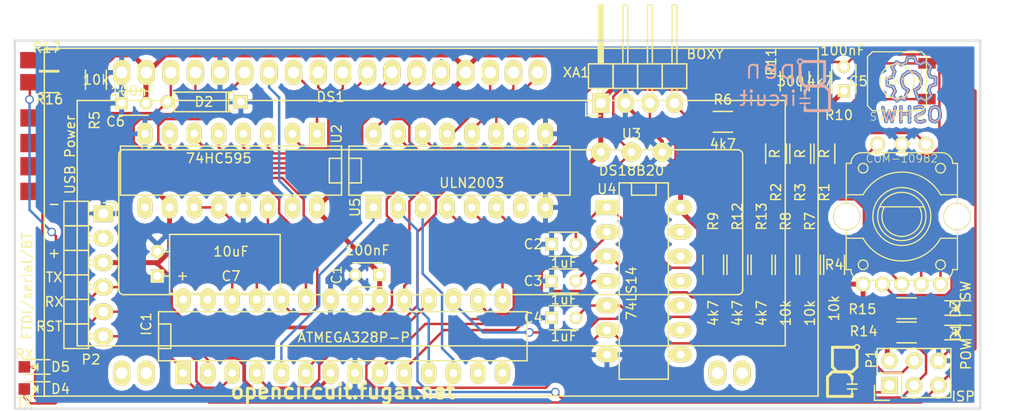
<source format=kicad_pcb>
(kicad_pcb (version 4) (host pcbnew 4.0.4+e1-6308~48~ubuntu16.04.1-stable)
  (layers (0 F.Cu signal) (31 B.Cu signal) (34 B.Paste user) (35 F.Paste user) (36 B.SilkS user) (37 F.SilkS user) (38 B.Mask user) (39 F.Mask user) (44 Edge.Cuts user))
  (net 0 "")
  (net 1 GND)
  (net 2 "Net-(C2-Pad2)")
  (net 3 "Net-(C3-Pad2)")
  (net 4 "Net-(C4-Pad2)")
  (net 5 /RST)
  (net 6 "Net-(DS1-Pad4)")
  (net 7 "Net-(DS1-Pad6)")
  (net 8 "Net-(DS1-Pad7)")
  (net 9 "Net-(DS1-Pad8)")
  (net 10 "Net-(DS1-Pad9)")
  (net 11 "Net-(DS1-Pad10)")
  (net 12 "Net-(DS1-Pad11)")
  (net 13 "Net-(DS1-Pad12)")
  (net 14 "Net-(DS1-Pad13)")
  (net 15 "Net-(DS1-Pad14)")
  (net 16 "Net-(DS1-Pad16)")
  (net 17 "Net-(DS1-Pad17)")
  (net 18 "Net-(DS1-Pad18)")
  (net 19 /RX)
  (net 20 /TX)
  (net 21 "Net-(IC1-Pad4)")
  (net 22 /RD)
  (net 23 "Net-(IC1-Pad6)")
  (net 24 /Debounce/Out1)
  (net 25 /Debounce/Out2)
  (net 26 /GR)
  (net 27 /BL)
  (net 28 "Net-(IC1-Pad13)")
  (net 29 "Net-(IC1-Pad14)")
  (net 30 /LCD_R)
  (net 31 /LCD_G)
  (net 32 /LCD_B)
  (net 33 /SCK)
  (net 34 "Net-(IC1-Pad21)")
  (net 35 "Net-(IC1-Pad25)")
  (net 36 "Net-(IC1-Pad26)")
  (net 37 "Net-(IC1-Pad27)")
  (net 38 "Net-(IC1-Pad28)")
  (net 39 /CTS)
  (net 40 "Net-(R1-Pad1)")
  (net 41 "Net-(R1-Pad2)")
  (net 42 "Net-(R2-Pad1)")
  (net 43 "Net-(R2-Pad2)")
  (net 44 "Net-(R3-Pad1)")
  (net 45 "Net-(R3-Pad2)")
  (net 46 /Debounce/In1)
  (net 47 /Debounce/In2)
  (net 48 /Debounce/In3)
  (net 49 "Net-(R11-Pad2)")
  (net 50 "Net-(U2-Pad9)")
  (net 51 "Net-(U5-Pad7)")
  (net 52 "Net-(U5-Pad10)")
  (net 53 "Net-(CON1-Pad2)")
  (net 54 "Net-(CON1-Pad3)")
  (net 55 "Net-(CON1-Pad4)")
  (net 56 +5V)
  (net 57 "Net-(D1-Pad2)")
  (net 58 "Net-(D2-Pad2)")
  (net 59 "Net-(D3-Pad2)")
  (net 60 "Net-(D4-Pad1)")
  (net 61 "Net-(D5-Pad1)")
  (net 62 /MISO)
  (module vontrapp:Pin_Header_Angled_1x06_reverse (layer F.Cu) (at 27.94 48.895 180)
    (fp_text reference P2 (at 1.27 -2.413 180) (layer F.SilkS))
    (fp_text value FTDI/serial/BT (at 7.874 5.207 270) (layer F.SilkS))
    (fp_text user RST (at 5.588 1.016 180) (layer F.SilkS))
    (fp_text user RX (at 5.08 3.556 180) (layer F.SilkS))
    (fp_text user TX (at 5.08 6.096 180) (layer F.SilkS))
    (fp_text user + (at 5.08 8.636 180) (layer F.SilkS))
    (fp_text user - (at 5.08 13.716 180) (layer F.SilkS))
    (pad 1 thru_hole rect (at 0 12.7 180) (size 2.032 1.7272) (drill 1.016) (layers *.Cu *.Mask F.SilkS) (net 1 GND))
    (pad 2 thru_hole oval (at 0 10.16 180) (size 2.032 1.7272) (drill 1.016) (layers *.Cu *.Mask F.SilkS) (net 39 /CTS))
    (pad 3 thru_hole oval (at 0 7.62 180) (size 2.032 1.7272) (drill 1.016) (layers *.Cu *.Mask F.SilkS) (net 56 +5V))
    (pad 4 thru_hole oval (at 0 5.08 180) (size 2.032 1.7272) (drill 1.016) (layers *.Cu *.Mask F.SilkS) (net 19 /RX))
    (pad 5 thru_hole oval (at 0 2.54 180) (size 2.032 1.7272) (drill 1.016) (layers *.Cu *.Mask F.SilkS) (net 20 /TX))
    (pad 6 thru_hole oval (at 0 0 180) (size 2.032 1.7272) (drill 1.016) (layers *.Cu *.Mask F.SilkS) (net 5 /RST))
  )
  (module Encoder_RGB (layer F.Cu) (at 110.5 36.5 180)
    (fp_text reference U1 hide)
    (fp_text value COM-10982 (at 0 6 360) (layer F.SilkS) (effects (font (size 0.8128 0.8128) (thickness 0.0762))))
    (pad 5 thru_hole circle (at 4 -7 180) (size 1.524 1.524) (drill 1.016) (layers *.Cu *.Mask F.SilkS) (net 56 +5V))
    (pad 3 thru_hole circle (at 0 -7 180) (size 1.524 1.524) (drill 1.016) (layers *.Cu *.Mask F.SilkS) (net 48 /Debounce/In3))
    (pad 1 thru_hole circle (at -4 -7 180) (size 1.524 1.524) (drill 1.016) (layers *.Cu *.Mask F.SilkS) (net 45 "Net-(R3-Pad2)"))
    (pad A thru_hole circle (at -2.5 7.5 180) (size 1.524 1.524) (drill 1.016) (layers *.Cu *.Mask F.SilkS) (net 46 /Debounce/In1))
    (pad C thru_hole circle (at 0 7.5 180) (size 1.524 1.524) (drill 1.016) (layers *.Cu *.Mask F.SilkS) (net 1 GND))
    (pad B thru_hole circle (at 2.5 7.5 180) (size 1.524 1.524) (drill 1.016) (layers *.Cu *.Mask F.SilkS) (net 47 /Debounce/In2))
    (pad 4 thru_hole circle (at 2 -7 180) (size 1.524 1.524) (drill 1.016) (layers *.Cu *.Mask F.SilkS) (net 41 "Net-(R1-Pad2)"))
    (pad 2 thru_hole circle (at -2 -7 180) (size 1.524 1.524) (drill 1.016) (layers *.Cu *.Mask F.SilkS) (net 43 "Net-(R2-Pad2)"))
    (pad "" thru_hole circle (at -5.7 0 180) (size 2.8 2.8) (drill 2.6) (layers *.Cu *.Mask F.SilkS))
    (pad "" thru_hole circle (at 5.7 0 180) (size 2.8 2.8) (drill 2.6) (layers *.Cu *.Mask F.SilkS))
  )
  (module vontrapp:WC1602A_RGB_Support (layer F.Cu) (at 29.845 21.59)
    (fp_text reference DS1 (at 21.59 2.54) (layer F.SilkS))
    (fp_text value LCD16X2_RGB)
    (pad 2 thru_hole oval (at 2.54 0) (size 1.8 2.6) (drill 1.2) (layers *.Cu *.Mask F.SilkS) (net 56 +5V))
    (pad 1 thru_hole oval (at 0 0) (size 1.8 2.6) (drill 1.2) (layers *.Cu *.Mask F.SilkS) (net 1 GND))
    (pad 0 thru_hole oval (at 2.54 31.115) (size 1.8 2.6) (drill 1.2) (layers *.Cu *.Mask F.SilkS))
    (pad 0 thru_hole oval (at 0 31.115) (size 1.8 2.6) (drill 1.2) (layers *.Cu *.Mask F.SilkS))
    (pad 18 thru_hole oval (at 43 0) (size 1.8 2.6) (drill 1.2) (layers *.Cu *.Mask F.SilkS) (net 18 "Net-(DS1-Pad18)"))
    (pad 17 thru_hole oval (at 40.5 0) (size 1.8 2.6) (drill 1.2) (layers *.Cu *.Mask F.SilkS) (net 17 "Net-(DS1-Pad17)"))
    (pad 0 thru_hole oval (at 61.595 31.115) (size 1.8 2.6) (drill 1.2) (layers *.Cu *.Mask F.SilkS))
    (pad 0 thru_hole oval (at 64.135 31.115) (size 1.8 2.6) (drill 1.2) (layers *.Cu *.Mask F.SilkS))
    (pad 3 thru_hole oval (at 5.08 0) (size 1.8 2.6) (drill 1.2) (layers *.Cu *.Mask F.SilkS) (net 58 "Net-(D2-Pad2)"))
    (pad 4 thru_hole oval (at 7.62 0) (size 1.8 2.6) (drill 1.2) (layers *.Cu *.Mask F.SilkS) (net 6 "Net-(DS1-Pad4)"))
    (pad 5 thru_hole oval (at 10.16 0) (size 1.8 2.6) (drill 1.2) (layers *.Cu *.Mask F.SilkS) (net 1 GND))
    (pad 6 thru_hole oval (at 12.7 0) (size 1.8 2.6) (drill 1.2) (layers *.Cu *.Mask F.SilkS) (net 7 "Net-(DS1-Pad6)"))
    (pad 7 thru_hole oval (at 15.24 0) (size 1.8 2.6) (drill 1.2) (layers *.Cu *.Mask F.SilkS) (net 8 "Net-(DS1-Pad7)"))
    (pad 8 thru_hole oval (at 17.78 0) (size 1.8 2.6) (drill 1.2) (layers *.Cu *.Mask F.SilkS) (net 9 "Net-(DS1-Pad8)"))
    (pad 9 thru_hole oval (at 20.32 0) (size 1.8 2.6) (drill 1.2) (layers *.Cu *.Mask F.SilkS) (net 10 "Net-(DS1-Pad9)"))
    (pad 10 thru_hole oval (at 22.86 0) (size 1.8 2.6) (drill 1.2) (layers *.Cu *.Mask F.SilkS) (net 11 "Net-(DS1-Pad10)"))
    (pad 11 thru_hole oval (at 25.4 0) (size 1.8 2.6) (drill 1.2) (layers *.Cu *.Mask F.SilkS) (net 12 "Net-(DS1-Pad11)"))
    (pad 12 thru_hole oval (at 27.94 0) (size 1.8 2.6) (drill 1.2) (layers *.Cu *.Mask F.SilkS) (net 13 "Net-(DS1-Pad12)"))
    (pad 13 thru_hole oval (at 30.48 0) (size 1.8 2.6) (drill 1.2) (layers *.Cu *.Mask F.SilkS) (net 14 "Net-(DS1-Pad13)"))
    (pad 14 thru_hole oval (at 33.02 0) (size 1.8 2.6) (drill 1.2) (layers *.Cu *.Mask F.SilkS) (net 15 "Net-(DS1-Pad14)"))
    (pad 15 thru_hole oval (at 35.56 0) (size 1.8 2.6) (drill 1.2) (layers *.Cu *.Mask F.SilkS) (net 56 +5V))
    (pad 16 thru_hole oval (at 38.1 0) (size 1.8 2.6) (drill 1.2) (layers *.Cu *.Mask F.SilkS) (net 16 "Net-(DS1-Pad16)"))
  )
  (module Capacitors_ThroughHole:C_Disc_D3_P2.5 (layer F.Cu) (at 74.295 39.37)
    (fp_text reference C2 (at -1.905 0) (layer F.SilkS))
    (fp_text value 1uF (at 1.27 1.905) (layer F.SilkS))
    (pad 1 thru_hole rect (at 0 0) (size 1.3 1.3) (drill 0.8) (layers *.Cu *.Mask F.SilkS) (net 1 GND))
    (pad 2 thru_hole circle (at 2.5 0) (size 1.3 1.3) (drill 0.8001) (layers *.Cu *.Mask F.SilkS) (net 2 "Net-(C2-Pad2)"))
  )
  (module Capacitors_ThroughHole:C_Disc_D3_P2.5 (layer F.Cu) (at 74.295 43.18)
    (fp_text reference C3 (at -1.905 0) (layer F.SilkS))
    (fp_text value 1uF (at 1.27 1.905) (layer F.SilkS))
    (pad 1 thru_hole rect (at 0 0) (size 1.3 1.3) (drill 0.8) (layers *.Cu *.Mask F.SilkS) (net 1 GND))
    (pad 2 thru_hole circle (at 2.5 0) (size 1.3 1.3) (drill 0.8001) (layers *.Cu *.Mask F.SilkS) (net 3 "Net-(C3-Pad2)"))
  )
  (module Capacitors_ThroughHole:C_Disc_D3_P2.5 (layer F.Cu) (at 74.295 46.99)
    (fp_text reference C4 (at -1.905 0) (layer F.SilkS))
    (fp_text value 1uF (at 1.27 1.905) (layer F.SilkS))
    (pad 1 thru_hole rect (at 0 0) (size 1.3 1.3) (drill 0.8) (layers *.Cu *.Mask F.SilkS) (net 1 GND))
    (pad 2 thru_hole circle (at 2.5 0) (size 1.3 1.3) (drill 0.8001) (layers *.Cu *.Mask F.SilkS) (net 4 "Net-(C4-Pad2)"))
  )
  (module Pin_Headers:Pin_Header_Straight_2x03 (layer F.Cu) (at 109.22 53.975 90)
    (fp_text reference P1 (at 2.7178 -1.8796 270) (layer F.SilkS))
    (fp_text value ISP (at -1.143 7.62 180) (layer F.SilkS))
    (pad 1 thru_hole rect (at 0 0 90) (size 1.7272 1.7272) (drill 1.016) (layers *.Cu *.Mask F.SilkS) (net 62 /MISO))
    (pad 2 thru_hole oval (at 2.54 0 90) (size 1.7272 1.7272) (drill 1.016) (layers *.Cu *.Mask F.SilkS) (net 56 +5V))
    (pad 3 thru_hole oval (at 0 2.54 90) (size 1.7272 1.7272) (drill 1.016) (layers *.Cu *.Mask F.SilkS) (net 33 /SCK))
    (pad 4 thru_hole oval (at 2.54 2.54 90) (size 1.7272 1.7272) (drill 1.016) (layers *.Cu *.Mask F.SilkS) (net 32 /LCD_B))
    (pad 5 thru_hole oval (at 0 5.08 90) (size 1.7272 1.7272) (drill 1.016) (layers *.Cu *.Mask F.SilkS) (net 5 /RST))
    (pad 6 thru_hole oval (at 2.54 5.08 90) (size 1.7272 1.7272) (drill 1.016) (layers *.Cu *.Mask F.SilkS) (net 1 GND))
  )
  (module Housings_DIP:DIP-16__300_ELL (layer F.Cu) (at 41.148 31.75 180)
    (fp_text reference U2 (at -10.922 3.81 450) (layer F.SilkS))
    (fp_text value 74HC595 (at 1.27 1.27 180) (layer F.SilkS))
    (pad 1 thru_hole rect (at -8.89 3.81 180) (size 1.5748 2.286) (drill 0.8128) (layers *.Cu *.Mask F.SilkS) (net 9 "Net-(DS1-Pad8)"))
    (pad 2 thru_hole oval (at -6.35 3.81 180) (size 1.5748 2.286) (drill 0.8128) (layers *.Cu *.Mask F.SilkS) (net 10 "Net-(DS1-Pad9)"))
    (pad 3 thru_hole oval (at -3.81 3.81 180) (size 1.5748 2.286) (drill 0.8128) (layers *.Cu *.Mask F.SilkS) (net 11 "Net-(DS1-Pad10)"))
    (pad 4 thru_hole oval (at -1.27 3.81 180) (size 1.5748 2.286) (drill 0.8128) (layers *.Cu *.Mask F.SilkS) (net 12 "Net-(DS1-Pad11)"))
    (pad 5 thru_hole oval (at 1.27 3.81 180) (size 1.5748 2.286) (drill 0.8128) (layers *.Cu *.Mask F.SilkS) (net 13 "Net-(DS1-Pad12)"))
    (pad 6 thru_hole oval (at 3.81 3.81 180) (size 1.5748 2.286) (drill 0.8128) (layers *.Cu *.Mask F.SilkS) (net 14 "Net-(DS1-Pad13)"))
    (pad 7 thru_hole oval (at 6.35 3.81 180) (size 1.5748 2.286) (drill 0.8128) (layers *.Cu *.Mask F.SilkS) (net 15 "Net-(DS1-Pad14)"))
    (pad 8 thru_hole oval (at 8.89 3.81 180) (size 1.5748 2.286) (drill 0.8128) (layers *.Cu *.Mask F.SilkS) (net 1 GND))
    (pad 9 thru_hole oval (at 8.89 -3.81 180) (size 1.5748 2.286) (drill 0.8128) (layers *.Cu *.Mask F.SilkS) (net 50 "Net-(U2-Pad9)"))
    (pad 10 thru_hole oval (at 6.35 -3.81 180) (size 1.5748 2.286) (drill 0.8128) (layers *.Cu *.Mask F.SilkS) (net 56 +5V))
    (pad 11 thru_hole oval (at 3.81 -3.81 180) (size 1.5748 2.286) (drill 0.8128) (layers *.Cu *.Mask F.SilkS) (net 36 "Net-(IC1-Pad26)"))
    (pad 12 thru_hole oval (at 1.27 -3.81 180) (size 1.5748 2.286) (drill 0.8128) (layers *.Cu *.Mask F.SilkS) (net 36 "Net-(IC1-Pad26)"))
    (pad 13 thru_hole oval (at -1.27 -3.81 180) (size 1.5748 2.286) (drill 0.8128) (layers *.Cu *.Mask F.SilkS) (net 1 GND))
    (pad 14 thru_hole oval (at -3.81 -3.81 180) (size 1.5748 2.286) (drill 0.8128) (layers *.Cu *.Mask F.SilkS) (net 35 "Net-(IC1-Pad25)"))
    (pad 15 thru_hole oval (at -6.35 -3.81 180) (size 1.5748 2.286) (drill 0.8128) (layers *.Cu *.Mask F.SilkS) (net 8 "Net-(DS1-Pad7)"))
    (pad 16 thru_hole oval (at -8.89 -3.81 180) (size 1.5748 2.286) (drill 0.8128) (layers *.Cu *.Mask F.SilkS) (net 56 +5V))
  )
  (module Housings_DIP:DIP-16__300_ELL (layer F.Cu) (at 64.77 31.75)
    (fp_text reference U5 (at -10.795 3.81 90) (layer F.SilkS))
    (fp_text value ULN2003 (at 1.27 1.27) (layer F.SilkS))
    (pad 1 thru_hole rect (at -8.89 3.81) (size 1.5748 2.286) (drill 0.8128) (layers *.Cu *.Mask F.SilkS) (net 22 /RD))
    (pad 2 thru_hole oval (at -6.35 3.81) (size 1.5748 2.286) (drill 0.8128) (layers *.Cu *.Mask F.SilkS) (net 26 /GR))
    (pad 3 thru_hole oval (at -3.81 3.81) (size 1.5748 2.286) (drill 0.8128) (layers *.Cu *.Mask F.SilkS) (net 27 /BL))
    (pad 4 thru_hole oval (at -1.27 3.81) (size 1.5748 2.286) (drill 0.8128) (layers *.Cu *.Mask F.SilkS) (net 30 /LCD_R))
    (pad 5 thru_hole oval (at 1.27 3.81) (size 1.5748 2.286) (drill 0.8128) (layers *.Cu *.Mask F.SilkS) (net 31 /LCD_G))
    (pad 6 thru_hole oval (at 3.81 3.81) (size 1.5748 2.286) (drill 0.8128) (layers *.Cu *.Mask F.SilkS) (net 32 /LCD_B))
    (pad 7 thru_hole oval (at 6.35 3.81) (size 1.5748 2.286) (drill 0.8128) (layers *.Cu *.Mask F.SilkS) (net 51 "Net-(U5-Pad7)"))
    (pad 8 thru_hole oval (at 8.89 3.81) (size 1.5748 2.286) (drill 0.8128) (layers *.Cu *.Mask F.SilkS) (net 1 GND))
    (pad 9 thru_hole oval (at 8.89 -3.81) (size 1.5748 2.286) (drill 0.8128) (layers *.Cu *.Mask F.SilkS) (net 1 GND))
    (pad 10 thru_hole oval (at 6.35 -3.81) (size 1.5748 2.286) (drill 0.8128) (layers *.Cu *.Mask F.SilkS) (net 52 "Net-(U5-Pad10)"))
    (pad 11 thru_hole oval (at 3.81 -3.81) (size 1.5748 2.286) (drill 0.8128) (layers *.Cu *.Mask F.SilkS) (net 18 "Net-(DS1-Pad18)"))
    (pad 12 thru_hole oval (at 1.27 -3.81) (size 1.5748 2.286) (drill 0.8128) (layers *.Cu *.Mask F.SilkS) (net 17 "Net-(DS1-Pad17)"))
    (pad 13 thru_hole oval (at -1.27 -3.81) (size 1.5748 2.286) (drill 0.8128) (layers *.Cu *.Mask F.SilkS) (net 16 "Net-(DS1-Pad16)"))
    (pad 14 thru_hole oval (at -3.81 -3.81) (size 1.5748 2.286) (drill 0.8128) (layers *.Cu *.Mask F.SilkS) (net 40 "Net-(R1-Pad1)"))
    (pad 15 thru_hole oval (at -6.35 -3.81) (size 1.5748 2.286) (drill 0.8128) (layers *.Cu *.Mask F.SilkS) (net 42 "Net-(R2-Pad1)"))
    (pad 16 thru_hole oval (at -8.89 -3.81) (size 1.5748 2.286) (drill 0.8128) (layers *.Cu *.Mask F.SilkS) (net 44 "Net-(R3-Pad1)"))
  )
  (module Pin_Headers:Pin_Header_Angled_1x04 (layer F.Cu) (at 79.375 24.765 90)
    (fp_text reference XA1 (at 3.175 -2.54 180) (layer F.SilkS))
    (fp_text value BOXY (at 5.08 10.795 360) (layer F.SilkS))
    (pad 1 thru_hole rect (at 0 0 90) (size 2.032 1.7272) (drill 1.016) (layers *.Cu *.Mask F.SilkS) (net 56 +5V))
    (pad 2 thru_hole oval (at 0 2.54 90) (size 2.032 1.7272) (drill 1.016) (layers *.Cu *.Mask F.SilkS) (net 1 GND))
    (pad 3 thru_hole oval (at 0 5.08 90) (size 2.032 1.7272) (drill 1.016) (layers *.Cu *.Mask F.SilkS) (net 33 /SCK))
    (pad 4 thru_hole oval (at 0 7.62 90) (size 2.032 1.7272) (drill 1.016) (layers *.Cu *.Mask F.SilkS) (net 21 "Net-(IC1-Pad4)"))
  )
  (module Housings_DIP:DIP-14__300_ELL (layer F.Cu) (at 83.82 43.18 270)
    (fp_text reference U4 (at -9.525 3.81 360) (layer F.SilkS))
    (fp_text value 74LS14 (at 1.27 1.27 270) (layer F.SilkS))
    (pad 1 thru_hole rect (at -7.62 3.81 270) (size 1.5748 2.286) (drill 0.8128) (layers *.Cu *.Mask F.SilkS) (net 2 "Net-(C2-Pad2)"))
    (pad 2 thru_hole oval (at -5.08 3.81 270) (size 1.5748 2.286) (drill 0.8128) (layers *.Cu *.Mask F.SilkS) (net 24 /Debounce/Out1))
    (pad 3 thru_hole oval (at -2.54 3.81 270) (size 1.5748 2.286) (drill 0.8128) (layers *.Cu *.Mask F.SilkS) (net 3 "Net-(C3-Pad2)"))
    (pad 4 thru_hole oval (at 0 3.81 270) (size 1.5748 2.286) (drill 0.8128) (layers *.Cu *.Mask F.SilkS) (net 25 /Debounce/Out2))
    (pad 5 thru_hole oval (at 2.54 3.81 270) (size 1.5748 2.286) (drill 0.8128) (layers *.Cu *.Mask F.SilkS) (net 4 "Net-(C4-Pad2)"))
    (pad 6 thru_hole oval (at 5.08 3.81 270) (size 1.5748 2.286) (drill 0.8128) (layers *.Cu *.Mask F.SilkS) (net 62 /MISO))
    (pad 7 thru_hole oval (at 7.62 3.81 270) (size 1.5748 2.286) (drill 0.8128) (layers *.Cu *.Mask F.SilkS) (net 1 GND))
    (pad 8 thru_hole oval (at 7.62 -3.81 270) (size 1.5748 2.286) (drill 0.8128) (layers *.Cu *.Mask F.SilkS))
    (pad 9 thru_hole oval (at 5.08 -3.81 270) (size 1.5748 2.286) (drill 0.8128) (layers *.Cu *.Mask F.SilkS))
    (pad 10 thru_hole oval (at 2.54 -3.81 270) (size 1.5748 2.286) (drill 0.8128) (layers *.Cu *.Mask F.SilkS))
    (pad 11 thru_hole oval (at 0 -3.81 270) (size 1.5748 2.286) (drill 0.8128) (layers *.Cu *.Mask F.SilkS))
    (pad 12 thru_hole oval (at -2.54 -3.81 270) (size 1.5748 2.286) (drill 0.8128) (layers *.Cu *.Mask F.SilkS))
    (pad 13 thru_hole oval (at -5.08 -3.81 270) (size 1.5748 2.286) (drill 0.8128) (layers *.Cu *.Mask F.SilkS))
    (pad 14 thru_hole oval (at -7.62 -3.81 270) (size 1.5748 2.286) (drill 0.8128) (layers *.Cu *.Mask F.SilkS) (net 56 +5V))
  )
  (module Capacitors_ThroughHole:C_Disc_D3_P2.5 (layer F.Cu) (at 56.515 42.545 180)
    (fp_text reference C1 (at 4.445 0 270) (layer F.SilkS))
    (fp_text value 100nF (at 1.27 2.54 180) (layer F.SilkS))
    (pad 1 thru_hole rect (at 0 0 180) (size 1.3 1.3) (drill 0.8) (layers *.Cu *.Mask F.SilkS) (net 56 +5V))
    (pad 2 thru_hole circle (at 2.5 0 180) (size 1.3 1.3) (drill 0.8001) (layers *.Cu *.Mask F.SilkS) (net 1 GND))
  )
  (module Capacitors_ThroughHole:C_Disc_D3_P2.5 (layer F.Cu) (at 104.5 23.5 90)
    (fp_text reference C5 (at 1 1.5 180) (layer F.SilkS))
    (fp_text value 100nF (at 4.191 -0.127 180) (layer F.SilkS))
    (pad 1 thru_hole rect (at 0 0 90) (size 1.3 1.3) (drill 0.8) (layers *.Cu *.Mask F.SilkS) (net 56 +5V))
    (pad 2 thru_hole circle (at 2.5 0 90) (size 1.3 1.3) (drill 0.8001) (layers *.Cu *.Mask F.SilkS) (net 5 /RST))
  )
  (module Capacitors_ThroughHole:C_Disc_D3_P2.5 (layer F.Cu) (at 29.845 24.765)
    (fp_text reference C6 (at -0.635 1.905) (layer F.SilkS))
    (fp_text value 100nF (at 1.155 -1.265) (layer F.SilkS))
    (pad 1 thru_hole rect (at 0 0) (size 1.3 1.3) (drill 0.8) (layers *.Cu *.Mask F.SilkS) (net 1 GND))
    (pad 2 thru_hole circle (at 2.5 0) (size 1.3 1.3) (drill 0.8001) (layers *.Cu *.Mask F.SilkS) (net 56 +5V))
  )
  (module Resistors_SMD:R_1206_HandSoldering (layer F.Cu) (at 97.5 30 270)
    (fp_text reference R2 (at 4 0 450) (layer F.SilkS))
    (fp_text value R (at 0 0.127 450) (layer F.SilkS))
    (pad 1 smd rect (at -2 0 270) (size 2 1.7) (layers F.Cu F.Paste F.Mask) (net 42 "Net-(R2-Pad1)"))
    (pad 2 smd rect (at 2 0 270) (size 2 1.7) (layers F.Cu F.Paste F.Mask) (net 43 "Net-(R2-Pad2)"))
  )
  (module Resistors_SMD:R_1206_HandSoldering (layer F.Cu) (at 100 30 270)
    (fp_text reference R3 (at 4 0 450) (layer F.SilkS))
    (fp_text value R (at 0 0 450) (layer F.SilkS))
    (pad 1 smd rect (at -2 0 270) (size 2 1.7) (layers F.Cu F.Paste F.Mask) (net 44 "Net-(R3-Pad1)"))
    (pad 2 smd rect (at 2 0 270) (size 2 1.7) (layers F.Cu F.Paste F.Mask) (net 45 "Net-(R3-Pad2)"))
  )
  (module Resistors_SMD:R_1206_HandSoldering (layer F.Cu) (at 102 22.5 90)
    (fp_text reference R10 (at -3.5 2 180) (layer F.SilkS))
    (fp_text value 4k7 (at 0 0 180) (layer F.SilkS))
    (pad 1 smd rect (at -2 0 90) (size 2 1.7) (layers F.Cu F.Paste F.Mask) (net 56 +5V))
    (pad 2 smd rect (at 2 0 90) (size 2 1.7) (layers F.Cu F.Paste F.Mask) (net 5 /RST))
  )
  (module Resistors_SMD:R_1206_HandSoldering (layer F.Cu) (at 99 22.5 270)
    (fp_text reference R11 (at -2 2 270) (layer F.SilkS))
    (fp_text value 300 (at 0 0 360) (layer F.SilkS))
    (pad 1 smd rect (at -2 0 270) (size 2 1.7) (layers F.Cu F.Paste F.Mask) (net 5 /RST))
    (pad 2 smd rect (at 2 0 270) (size 2 1.7) (layers F.Cu F.Paste F.Mask) (net 49 "Net-(R11-Pad2)"))
  )
  (module Housings_DIP:DIP-28__300_ELL (layer F.Cu) (at 52.705 48.895)
    (fp_text reference IC1 (at -20.32 -1.27 90) (layer F.SilkS))
    (fp_text value ATMEGA328P-P (at 1.143 0.127) (layer F.SilkS))
    (pad 2 thru_hole oval (at -13.97 3.81) (size 1.5748 2.286) (drill 0.8128) (layers *.Cu *.Mask F.SilkS) (net 19 /RX))
    (pad 3 thru_hole oval (at -11.43 3.81) (size 1.5748 2.286) (drill 0.8128) (layers *.Cu *.Mask F.SilkS) (net 20 /TX))
    (pad 4 thru_hole oval (at -8.89 3.81) (size 1.5748 2.286) (drill 0.8128) (layers *.Cu *.Mask F.SilkS) (net 21 "Net-(IC1-Pad4)"))
    (pad 5 thru_hole oval (at -6.35 3.81) (size 1.5748 2.286) (drill 0.8128) (layers *.Cu *.Mask F.SilkS) (net 22 /RD))
    (pad 6 thru_hole oval (at -3.81 3.81) (size 1.5748 2.286) (drill 0.8128) (layers *.Cu *.Mask F.SilkS) (net 23 "Net-(IC1-Pad6)"))
    (pad 7 thru_hole oval (at -1.27 3.81) (size 1.5748 2.286) (drill 0.8128) (layers *.Cu *.Mask F.SilkS) (net 56 +5V))
    (pad 8 thru_hole oval (at 1.27 3.81) (size 1.5748 2.286) (drill 0.8128) (layers *.Cu *.Mask F.SilkS) (net 1 GND))
    (pad 9 thru_hole oval (at 3.81 3.81) (size 1.5748 2.286) (drill 0.8128) (layers *.Cu *.Mask F.SilkS) (net 24 /Debounce/Out1))
    (pad 10 thru_hole oval (at 6.35 3.81) (size 1.5748 2.286) (drill 0.8128) (layers *.Cu *.Mask F.SilkS) (net 25 /Debounce/Out2))
    (pad 11 thru_hole oval (at 8.89 3.81) (size 1.5748 2.286) (drill 0.8128) (layers *.Cu *.Mask F.SilkS) (net 26 /GR))
    (pad 12 thru_hole oval (at 11.43 3.81) (size 1.5748 2.286) (drill 0.8128) (layers *.Cu *.Mask F.SilkS) (net 27 /BL))
    (pad 13 thru_hole oval (at 13.97 3.81) (size 1.5748 2.286) (drill 0.8128) (layers *.Cu *.Mask F.SilkS) (net 28 "Net-(IC1-Pad13)"))
    (pad 14 thru_hole oval (at 16.51 3.81) (size 1.5748 2.286) (drill 0.8128) (layers *.Cu *.Mask F.SilkS) (net 29 "Net-(IC1-Pad14)"))
    (pad 1 thru_hole rect (at -16.51 3.81) (size 1.5748 2.286) (drill 0.8128) (layers *.Cu *.Mask F.SilkS) (net 5 /RST))
    (pad 15 thru_hole oval (at 16.51 -3.81) (size 1.5748 2.286) (drill 0.8128) (layers *.Cu *.Mask F.SilkS) (net 30 /LCD_R))
    (pad 16 thru_hole oval (at 13.97 -3.81) (size 1.5748 2.286) (drill 0.8128) (layers *.Cu *.Mask F.SilkS) (net 31 /LCD_G))
    (pad 17 thru_hole oval (at 11.43 -3.81) (size 1.5748 2.286) (drill 0.8128) (layers *.Cu *.Mask F.SilkS) (net 32 /LCD_B))
    (pad 18 thru_hole oval (at 8.89 -3.81) (size 1.5748 2.286) (drill 0.8128) (layers *.Cu *.Mask F.SilkS) (net 62 /MISO))
    (pad 19 thru_hole oval (at 6.35 -3.81) (size 1.5748 2.286) (drill 0.8128) (layers *.Cu *.Mask F.SilkS) (net 33 /SCK))
    (pad 20 thru_hole oval (at 3.81 -3.81) (size 1.5748 2.286) (drill 0.8128) (layers *.Cu *.Mask F.SilkS) (net 56 +5V))
    (pad 21 thru_hole oval (at 1.27 -3.81) (size 1.5748 2.286) (drill 0.8128) (layers *.Cu *.Mask F.SilkS) (net 34 "Net-(IC1-Pad21)"))
    (pad 22 thru_hole oval (at -1.27 -3.81) (size 1.5748 2.286) (drill 0.8128) (layers *.Cu *.Mask F.SilkS) (net 1 GND))
    (pad 23 thru_hole oval (at -3.81 -3.81) (size 1.5748 2.286) (drill 0.8128) (layers *.Cu *.Mask F.SilkS) (net 6 "Net-(DS1-Pad4)"))
    (pad 24 thru_hole oval (at -6.35 -3.81) (size 1.5748 2.286) (drill 0.8128) (layers *.Cu *.Mask F.SilkS) (net 7 "Net-(DS1-Pad6)"))
    (pad 25 thru_hole oval (at -8.89 -3.81) (size 1.5748 2.286) (drill 0.8128) (layers *.Cu *.Mask F.SilkS) (net 35 "Net-(IC1-Pad25)"))
    (pad 26 thru_hole oval (at -11.43 -3.81) (size 1.5748 2.286) (drill 0.8128) (layers *.Cu *.Mask F.SilkS) (net 36 "Net-(IC1-Pad26)"))
    (pad 27 thru_hole oval (at -13.97 -3.81) (size 1.5748 2.286) (drill 0.8128) (layers *.Cu *.Mask F.SilkS) (net 37 "Net-(IC1-Pad27)"))
    (pad 28 thru_hole oval (at -16.51 -3.81) (size 1.5748 2.286) (drill 0.8128) (layers *.Cu *.Mask F.SilkS) (net 38 "Net-(IC1-Pad28)"))
  )
  (module Resistors_SMD:R_1206_HandSoldering (layer F.Cu) (at 92 26.7)
    (fp_text reference R6 (at 0 -2.3) (layer F.SilkS))
    (fp_text value 4k7 (at 0 2.3) (layer F.SilkS))
    (pad 1 smd rect (at -2 0) (size 2 1.7) (layers F.Cu F.Paste F.Mask) (net 23 "Net-(IC1-Pad6)"))
    (pad 2 smd rect (at 2 0) (size 2 1.7) (layers F.Cu F.Paste F.Mask) (net 56 +5V))
  )
  (module Resistors_SMD:R_1206_HandSoldering (layer F.Cu) (at 103.5 41.5 270)
    (fp_text reference R4 (at 0 0 360) (layer F.SilkS))
    (fp_text value 10k (at 4.5 0 270) (layer F.SilkS))
    (pad 1 smd rect (at -2 0 270) (size 2 1.7) (layers F.Cu F.Paste F.Mask) (net 46 /Debounce/In1))
    (pad 2 smd rect (at 2 0 270) (size 2 1.7) (layers F.Cu F.Paste F.Mask) (net 56 +5V))
  )
  (module Resistors_SMD:R_1206_HandSoldering (layer F.Cu) (at 27.178 22.352 90)
    (fp_text reference R5 (at -4.191 -0.127 90) (layer F.SilkS))
    (fp_text value 10k (at 0 0 180) (layer F.SilkS))
    (pad 1 smd rect (at -2 0 90) (size 2 1.7) (layers F.Cu F.Paste F.Mask) (net 58 "Net-(D2-Pad2)"))
    (pad 2 smd rect (at 2 0 90) (size 2 1.7) (layers F.Cu F.Paste F.Mask) (net 56 +5V))
  )
  (module Resistors_SMD:R_1206_HandSoldering (layer F.Cu) (at 101 41.5 270)
    (fp_text reference R7 (at -4.5 0 270) (layer F.SilkS))
    (fp_text value 10k (at 5 0 270) (layer F.SilkS))
    (pad 1 smd rect (at -2 0 270) (size 2 1.7) (layers F.Cu F.Paste F.Mask) (net 47 /Debounce/In2))
    (pad 2 smd rect (at 2 0 270) (size 2 1.7) (layers F.Cu F.Paste F.Mask) (net 56 +5V))
  )
  (module Resistors_SMD:R_1206_HandSoldering (layer F.Cu) (at 98.5 41.5 270)
    (fp_text reference R8 (at -4.5 0 270) (layer F.SilkS))
    (fp_text value 10k (at 5 0 270) (layer F.SilkS))
    (pad 1 smd rect (at -2 0 270) (size 2 1.7) (layers F.Cu F.Paste F.Mask) (net 48 /Debounce/In3))
    (pad 2 smd rect (at 2 0 270) (size 2 1.7) (layers F.Cu F.Paste F.Mask) (net 56 +5V))
  )
  (module Resistors_SMD:R_1206_HandSoldering (layer F.Cu) (at 91 41.5 270)
    (fp_text reference R9 (at -4.5 0 270) (layer F.SilkS))
    (fp_text value 4k7 (at 5 0 270) (layer F.SilkS))
    (pad 1 smd rect (at -2 0 270) (size 2 1.7) (layers F.Cu F.Paste F.Mask) (net 46 /Debounce/In1))
    (pad 2 smd rect (at 2 0 270) (size 2 1.7) (layers F.Cu F.Paste F.Mask) (net 2 "Net-(C2-Pad2)"))
  )
  (module Resistors_SMD:R_1206_HandSoldering (layer F.Cu) (at 93.5 41.5 270)
    (fp_text reference R12 (at -5 0 270) (layer F.SilkS))
    (fp_text value 4k7 (at 5 0 270) (layer F.SilkS))
    (pad 1 smd rect (at -2 0 270) (size 2 1.7) (layers F.Cu F.Paste F.Mask) (net 47 /Debounce/In2))
    (pad 2 smd rect (at 2 0 270) (size 2 1.7) (layers F.Cu F.Paste F.Mask) (net 3 "Net-(C3-Pad2)"))
  )
  (module Resistors_SMD:R_1206_HandSoldering (layer F.Cu) (at 96 41.5 270)
    (fp_text reference R13 (at -5 0 270) (layer F.SilkS))
    (fp_text value 4k7 (at 5 0 270) (layer F.SilkS))
    (pad 1 smd rect (at -2 0 270) (size 2 1.7) (layers F.Cu F.Paste F.Mask) (net 48 /Debounce/In3))
    (pad 2 smd rect (at 2 0 270) (size 2 1.7) (layers F.Cu F.Paste F.Mask) (net 4 "Net-(C4-Pad2)"))
  )
  (module ab2_input_devices:AB2_PB_MOM_5.2MM_SMD (layer F.Cu) (at 110 22.5 180)
    (fp_text reference SW1 (at 0.018 0.021 180) (layer F.SilkS) (effects (font (size 0.8128 0.8128) (thickness 0.0762))))
    (fp_text value SW_PUSH (at 0.018 -3.662 180) (layer F.SilkS) (effects (font (size 0.8128 0.8128) (thickness 0.0762))))
    (pad 1 smd rect (at -3.1 -1.85 180) (size 1.8 1.1) (layers F.Cu F.Paste F.Mask) (net 49 "Net-(R11-Pad2)"))
    (pad 1 smd rect (at 3.1 -1.85 180) (size 1.8 1.1) (layers F.Cu F.Paste F.Mask) (net 49 "Net-(R11-Pad2)"))
    (pad 2 smd rect (at -3.1 1.85 180) (size 1.8 1.1) (layers F.Cu F.Paste F.Mask) (net 1 GND))
    (pad 2 smd rect (at 3.1 1.85 180) (size 1.8 1.1) (layers F.Cu F.Paste F.Mask) (net 1 GND))
  )
  (module Wire_Pads:SolderWirePad_3x_0-8mmDrill (layer F.Cu) (at 82.55 29.845)
    (fp_text reference U3 (at 0 -1.905) (layer F.SilkS))
    (fp_text value DS18B20 (at 0 1.905) (layer F.SilkS))
    (pad 3 thru_hole circle (at -3.175 0) (size 1.99898 1.99898) (drill 0.8001) (layers *.Cu *.Mask F.SilkS) (net 56 +5V))
    (pad 2 thru_hole circle (at 0 0) (size 1.99898 1.99898) (drill 0.8001) (layers *.Cu *.Mask F.SilkS) (net 23 "Net-(IC1-Pad6)"))
    (pad 1 thru_hole circle (at 3.175 0) (size 1.99898 1.99898) (drill 0.8001) (layers *.Cu *.Mask F.SilkS) (net 1 GND))
  )
  (module Symbols:Symbol_OSHW-Logo_CopperTop (layer B.Cu) (at 111.5 22.5 180)
    (fp_text reference "" (at 0.09906 4.38912 180) (layer B.SilkS) (effects (justify mirror)))
    (fp_text value Symbol_OSHW-Logo_CopperTop)
    (fp_line (start 1.66878 -2.68986) (end 2.02946 -4.16052) (layer B.Cu) (width 0.381))
    (fp_line (start 2.02946 -4.16052) (end 2.30886 -3.0988) (layer B.Cu) (width 0.381))
    (fp_line (start 2.30886 -3.0988) (end 2.61874 -4.17068) (layer B.Cu) (width 0.381))
    (fp_line (start 2.61874 -4.17068) (end 2.9591 -2.72034) (layer B.Cu) (width 0.381))
    (fp_line (start 0.24892 -3.38074) (end 1.03886 -3.37058) (layer B.Cu) (width 0.381))
    (fp_line (start 1.03886 -3.37058) (end 1.04902 -3.38074) (layer B.Cu) (width 0.381))
    (fp_line (start 1.04902 -3.38074) (end 1.04902 -3.37058) (layer B.Cu) (width 0.381))
    (fp_line (start 1.08966 -2.65938) (end 1.08966 -4.20116) (layer B.Cu) (width 0.381))
    (fp_line (start 0.20066 -2.64922) (end 0.20066 -4.21894) (layer B.Cu) (width 0.381))
    (fp_line (start 0.20066 -4.21894) (end 0.21082 -4.20878) (layer B.Cu) (width 0.381))
    (fp_line (start -0.35052 -2.75082) (end -0.70104 -2.66954) (layer B.Cu) (width 0.381))
    (fp_line (start -0.70104 -2.66954) (end -1.02108 -2.65938) (layer B.Cu) (width 0.381))
    (fp_line (start -1.02108 -2.65938) (end -1.25984 -2.86004) (layer B.Cu) (width 0.381))
    (fp_line (start -1.25984 -2.86004) (end -1.29032 -3.12928) (layer B.Cu) (width 0.381))
    (fp_line (start -1.29032 -3.12928) (end -1.04902 -3.37058) (layer B.Cu) (width 0.381))
    (fp_line (start -1.04902 -3.37058) (end -0.6604 -3.50012) (layer B.Cu) (width 0.381))
    (fp_line (start -0.6604 -3.50012) (end -0.48006 -3.66014) (layer B.Cu) (width 0.381))
    (fp_line (start -0.48006 -3.66014) (end -0.43942 -3.95986) (layer B.Cu) (width 0.381))
    (fp_line (start -0.43942 -3.95986) (end -0.67056 -4.18084) (layer B.Cu) (width 0.381))
    (fp_line (start -0.67056 -4.18084) (end -0.9906 -4.20878) (layer B.Cu) (width 0.381))
    (fp_line (start -0.9906 -4.20878) (end -1.34112 -4.09956) (layer B.Cu) (width 0.381))
    (fp_line (start -2.37998 -2.64922) (end -2.6289 -2.66954) (layer B.Cu) (width 0.381))
    (fp_line (start -2.6289 -2.66954) (end -2.8702 -2.91084) (layer B.Cu) (width 0.381))
    (fp_line (start -2.8702 -2.91084) (end -2.9591 -3.40106) (layer B.Cu) (width 0.381))
    (fp_line (start -2.9591 -3.40106) (end -2.93116 -3.74904) (layer B.Cu) (width 0.381))
    (fp_line (start -2.93116 -3.74904) (end -2.7305 -4.06908) (layer B.Cu) (width 0.381))
    (fp_line (start -2.7305 -4.06908) (end -2.47904 -4.191) (layer B.Cu) (width 0.381))
    (fp_line (start -2.47904 -4.191) (end -2.16916 -4.11988) (layer B.Cu) (width 0.381))
    (fp_line (start -2.16916 -4.11988) (end -1.95072 -3.93954) (layer B.Cu) (width 0.381))
    (fp_line (start -1.95072 -3.93954) (end -1.8796 -3.4798) (layer B.Cu) (width 0.381))
    (fp_line (start -1.8796 -3.4798) (end -1.9304 -3.07086) (layer B.Cu) (width 0.381))
    (fp_line (start -1.9304 -3.07086) (end -2.03962 -2.78892) (layer B.Cu) (width 0.381))
    (fp_line (start -2.03962 -2.78892) (end -2.4003 -2.65938) (layer B.Cu) (width 0.381))
    (fp_line (start -1.78054 -0.92964) (end -2.03962 -1.49098) (layer B.Cu) (width 0.381))
    (fp_line (start -2.03962 -1.49098) (end -1.50114 -2.00914) (layer B.Cu) (width 0.381))
    (fp_line (start -1.50114 -2.00914) (end -0.98044 -1.7399) (layer B.Cu) (width 0.381))
    (fp_line (start -0.98044 -1.7399) (end -0.70104 -1.89992) (layer B.Cu) (width 0.381))
    (fp_line (start 0.73914 -1.8796) (end 1.06934 -1.6891) (layer B.Cu) (width 0.381))
    (fp_line (start 1.06934 -1.6891) (end 1.50876 -2.0193) (layer B.Cu) (width 0.381))
    (fp_line (start 1.50876 -2.0193) (end 1.9812 -1.52908) (layer B.Cu) (width 0.381))
    (fp_line (start 1.9812 -1.52908) (end 1.69926 -1.04902) (layer B.Cu) (width 0.381))
    (fp_line (start 1.69926 -1.04902) (end 1.88976 -0.57912) (layer B.Cu) (width 0.381))
    (fp_line (start 1.88976 -0.57912) (end 2.49936 -0.39116) (layer B.Cu) (width 0.381))
    (fp_line (start 2.49936 -0.39116) (end 2.49936 0.28956) (layer B.Cu) (width 0.381))
    (fp_line (start 2.49936 0.28956) (end 1.94056 0.42926) (layer B.Cu) (width 0.381))
    (fp_line (start 1.94056 0.42926) (end 1.7399 1.00076) (layer B.Cu) (width 0.381))
    (fp_line (start 1.7399 1.00076) (end 2.00914 1.47066) (layer B.Cu) (width 0.381))
    (fp_line (start 2.00914 1.47066) (end 1.53924 1.9812) (layer B.Cu) (width 0.381))
    (fp_line (start 1.53924 1.9812) (end 1.02108 1.71958) (layer B.Cu) (width 0.381))
    (fp_line (start 1.02108 1.71958) (end 0.55118 1.92024) (layer B.Cu) (width 0.381))
    (fp_line (start 0.55118 1.92024) (end 0.381 2.46126) (layer B.Cu) (width 0.381))
    (fp_line (start 0.381 2.46126) (end -0.30988 2.47904) (layer B.Cu) (width 0.381))
    (fp_line (start -0.30988 2.47904) (end -0.5207 1.9304) (layer B.Cu) (width 0.381))
    (fp_line (start -0.5207 1.9304) (end -0.9398 1.76022) (layer B.Cu) (width 0.381))
    (fp_line (start -0.9398 1.76022) (end -1.49098 2.02946) (layer B.Cu) (width 0.381))
    (fp_line (start -1.49098 2.02946) (end -2.00914 1.50114) (layer B.Cu) (width 0.381))
    (fp_line (start -2.00914 1.50114) (end -1.76022 0.96012) (layer B.Cu) (width 0.381))
    (fp_line (start -1.76022 0.96012) (end -1.9304 0.48006) (layer B.Cu) (width 0.381))
    (fp_line (start -1.9304 0.48006) (end -2.47904 0.381) (layer B.Cu) (width 0.381))
    (fp_line (start -2.47904 0.381) (end -2.4892 -0.32004) (layer B.Cu) (width 0.381))
    (fp_line (start -2.4892 -0.32004) (end -1.9304 -0.5207) (layer B.Cu) (width 0.381))
    (fp_line (start -1.9304 -0.5207) (end -1.7907 -0.91948) (layer B.Cu) (width 0.381))
    (fp_line (start 0.35052 -0.89916) (end 0.65024 -0.7493) (layer B.Cu) (width 0.381))
    (fp_line (start 0.65024 -0.7493) (end 0.8509 -0.55118) (layer B.Cu) (width 0.381))
    (fp_line (start 0.8509 -0.55118) (end 1.00076 -0.14986) (layer B.Cu) (width 0.381))
    (fp_line (start 1.00076 -0.14986) (end 1.00076 0.24892) (layer B.Cu) (width 0.381))
    (fp_line (start 1.00076 0.24892) (end 0.8509 0.59944) (layer B.Cu) (width 0.381))
    (fp_line (start 0.8509 0.59944) (end 0.39878 0.94996) (layer B.Cu) (width 0.381))
    (fp_line (start 0.39878 0.94996) (end -0.0508 1.00076) (layer B.Cu) (width 0.381))
    (fp_line (start -0.0508 1.00076) (end -0.44958 0.89916) (layer B.Cu) (width 0.381))
    (fp_line (start -0.44958 0.89916) (end -0.8509 0.55118) (layer B.Cu) (width 0.381))
    (fp_line (start -0.8509 0.55118) (end -1.00076 0.09906) (layer B.Cu) (width 0.381))
    (fp_line (start -1.00076 0.09906) (end -0.94996 -0.39878) (layer B.Cu) (width 0.381))
    (fp_line (start -0.94996 -0.39878) (end -0.70104 -0.70104) (layer B.Cu) (width 0.381))
    (fp_line (start -0.70104 -0.70104) (end -0.35052 -0.89916) (layer B.Cu) (width 0.381))
    (fp_line (start -0.35052 -0.89916) (end -0.70104 -1.89992) (layer B.Cu) (width 0.381))
    (fp_line (start 0.35052 -0.89916) (end 0.7493 -1.89992) (layer B.Cu) (width 0.381))
  )
  (module Symbols:Symbol_OSHW-Logo_SilkScreen (layer B.Cu) (at 111.5 22.5 180)
    (fp_text reference "" hide)
    (fp_text value Symbol_OSHW-Logo_SilkScreen)
  )
  (module Resistors_SMD:R_1206_HandSoldering (layer F.Cu) (at 111 48.5)
    (fp_text reference R14 (at -4.447 -0.113) (layer F.SilkS))
    (fp_text value Power)
    (pad 1 smd rect (at -2 0) (size 2 1.7) (layers F.Cu F.Paste F.Mask) (net 56 +5V))
    (pad 2 smd rect (at 2 0) (size 2 1.7) (layers F.Cu F.Paste F.Mask) (net 57 "Net-(D1-Pad2)"))
  )
  (module Resistors_SMD:R_1206_HandSoldering (layer F.Cu) (at 111 46)
    (fp_text reference R15 (at -4.574 0.101) (layer F.SilkS))
    (fp_text value Switch)
    (pad 1 smd rect (at -2 0) (size 2 1.7) (layers F.Cu F.Paste F.Mask) (net 33 /SCK))
    (pad 2 smd rect (at 2 0) (size 2 1.7) (layers F.Cu F.Paste F.Mask) (net 59 "Net-(D3-Pad2)"))
  )
  (module Resistors_SMD:R_1206_HandSoldering (layer F.Cu) (at 102.5 30 270)
    (fp_text reference R1 (at 4 0 270) (layer F.SilkS))
    (fp_text value R (at 0 0 270) (layer F.SilkS))
    (pad 1 smd rect (at -2 0 270) (size 2 1.7) (layers F.Cu F.Paste F.Mask) (net 40 "Net-(R1-Pad1)"))
    (pad 2 smd rect (at 2 0 270) (size 2 1.7) (layers F.Cu F.Paste F.Mask) (net 41 "Net-(R1-Pad2)"))
  )
  (module vontrapp:USB_Micro (layer F.Cu) (at 20.32 30.099 270)
    (fp_text reference CON1 hide)
    (fp_text value "USB Power" (at 0 -4.191 270) (layer F.SilkS))
    (pad "" smd rect (at -1.2 0 270) (size 1.9 1.9) (layers F.Cu F.Paste F.Mask))
    (pad "" smd rect (at 1.2 0 270) (size 1.9 1.9) (layers F.Cu F.Paste F.Mask))
    (pad "" smd rect (at -3.8 0 270) (size 1.8 1.9) (layers F.Cu F.Paste F.Mask))
    (pad "" smd rect (at 3.8 0 270) (size 1.8 1.9) (layers F.Cu F.Paste F.Mask))
    (pad "" smd rect (at -3.1 -2.55 270) (size 2.1 1.6) (layers F.Cu F.Paste F.Mask))
    (pad "" smd rect (at 3.1 -2.55 270) (size 2.1 1.6) (layers F.Cu F.Paste F.Mask))
    (pad 3 smd rect (at 0 -2.65 270) (size 0.4 1.4) (layers F.Cu F.Paste F.Mask) (net 54 "Net-(CON1-Pad3)") (clearance 0.16))
    (pad 4 smd rect (at 0.65 -2.65 270) (size 0.4 1.4) (layers F.Cu F.Paste F.Mask) (net 55 "Net-(CON1-Pad4)") (clearance 0.16))
    (pad 5 smd rect (at 1.3 -2.65 270) (size 0.4 1.4) (layers F.Cu F.Paste F.Mask) (net 1 GND) (clearance 0.16))
    (pad 2 smd rect (at -0.65 -2.65 270) (size 0.4 1.4) (layers F.Cu F.Paste F.Mask) (net 53 "Net-(CON1-Pad2)") (clearance 0.16))
    (pad 1 smd rect (at -1.3 -2.65 270) (size 0.4 1.4) (layers F.Cu F.Paste F.Mask) (net 56 +5V) (clearance 0.16))
  )
  (module Resistors_SMD:R_1206_HandSoldering (layer F.Cu) (at 22.352 22.606 180)
    (fp_text reference R16 (at 0 -1.778 180) (layer F.SilkS))
    (fp_text value RX)
    (pad 1 smd rect (at -2 0 180) (size 2 1.7) (layers F.Cu F.Paste F.Mask) (net 1 GND))
    (pad 2 smd rect (at 2 0 180) (size 2 1.7) (layers F.Cu F.Paste F.Mask) (net 60 "Net-(D4-Pad1)"))
  )
  (module Resistors_SMD:R_1206_HandSoldering (layer F.Cu) (at 22.352 20.32 180)
    (fp_text reference R17 (at 0.254 1.27 180) (layer F.SilkS))
    (fp_text value TX)
    (pad 1 smd rect (at -2 0 180) (size 2 1.7) (layers F.Cu F.Paste F.Mask) (net 1 GND))
    (pad 2 smd rect (at 2 0 180) (size 2 1.7) (layers F.Cu F.Paste F.Mask) (net 61 "Net-(D5-Pad1)"))
  )
  (module vontrapp:OC_Logo_text (layer B.Cu) (at 101.5 23 180)
    (fp_text reference REF** hide)
    (fp_text value OC_Logo_text hide)
    (fp_text user ircuit (at 4.826 -1.27 180) (layer B.SilkS) (effects (font (thickness 0.2032)) (justify mirror)))
    (fp_text user pen (at 4.572 1.778 180) (layer B.SilkS) (effects (font (size 2.032 2.032) (thickness 0.2032)) (justify mirror)))
  )
  (module vontrapp:OC_Logo (layer F.Cu) (at 104.3432 52.578)
    (fp_text reference REF** hide)
    (fp_text value OC_Logo hide)
  )
  (module Discret:D3 (layer F.Cu) (at 38.354 24.638)
    (fp_text reference D2 (at 0 0) (layer F.SilkS))
    (fp_text value D)
    (pad 1 thru_hole rect (at 3.81 0) (size 1.397 1.397) (drill 0.8128) (layers *.Cu *.Mask F.SilkS) (net 1 GND))
    (pad 2 thru_hole circle (at -3.81 0) (size 1.397 1.397) (drill 0.8128) (layers *.Cu *.Mask F.SilkS) (net 58 "Net-(D2-Pad2)"))
  )
  (module Discret:C1V5H (layer F.Cu) (at 33.528 41.402 90)
    (fp_text reference C7 (at -1.27 7.62 180) (layer F.SilkS))
    (fp_text value 10uF (at 1.27 7.62 180) (layer F.SilkS))
    (fp_text user + (at -1.27 2.54 90) (layer F.SilkS))
    (pad 1 thru_hole rect (at -1.27 0 90) (size 1.397 1.397) (drill 0.8128) (layers *.Cu *.Mask F.SilkS) (net 56 +5V))
    (pad 2 thru_hole circle (at 1.27 0 90) (size 1.397 1.397) (drill 0.8128) (layers *.Cu *.Mask F.SilkS) (net 1 GND))
  )
  (module LEDs:LED_0805 (layer F.Cu) (at 20.828 52.07 180)
    (fp_text reference D5 (at -2.6924 0 180) (layer F.SilkS))
    (fp_text value RX (at 1.016 1.3208 180) (layer F.SilkS))
    (pad 2 smd rect (at 1.04902 0) (size 1.19888 1.19888) (layers F.Cu F.Paste F.Mask) (net 19 /RX))
    (pad 1 smd rect (at -1.04902 0) (size 1.19888 1.19888) (layers F.Cu F.Paste F.Mask) (net 61 "Net-(D5-Pad1)"))
  )
  (module LEDs:LED_0805 (layer F.Cu) (at 20.828 54.356 180)
    (fp_text reference D4 (at -2.6924 0 180) (layer F.SilkS))
    (fp_text value TX (at 1.016 -1.4224 180) (layer F.SilkS))
    (pad 2 smd rect (at 1.04902 0) (size 1.19888 1.19888) (layers F.Cu F.Paste F.Mask) (net 20 /TX))
    (pad 1 smd rect (at -1.04902 0) (size 1.19888 1.19888) (layers F.Cu F.Paste F.Mask) (net 60 "Net-(D4-Pad1)"))
  )
  (module LEDs:LED_0805 (layer F.Cu) (at 116.04498 45.974 180)
    (fp_text reference D3 (at 0 -0.0508 270) (layer F.SilkS))
    (fp_text value SW (at -1.04902 1.778 270) (layer F.SilkS))
    (pad 2 smd rect (at 1.04902 0) (size 1.19888 1.19888) (layers F.Cu F.Paste F.Mask) (net 59 "Net-(D3-Pad2)"))
    (pad 1 smd rect (at -1.04902 0) (size 1.19888 1.19888) (layers F.Cu F.Paste F.Mask) (net 1 GND))
  )
  (module LEDs:LED_0805 (layer F.Cu) (at 116.04498 48.514 180)
    (fp_text reference D1 (at -0.03302 0.0508 270) (layer F.SilkS))
    (fp_text value POW (at -1.09982 -2.286 270) (layer F.SilkS))
    (pad 2 smd rect (at 1.04902 0) (size 1.19888 1.19888) (layers F.Cu F.Paste F.Mask) (net 57 "Net-(D1-Pad2)"))
    (pad 1 smd rect (at -1.04902 0) (size 1.19888 1.19888) (layers F.Cu F.Paste F.Mask) (net 1 GND))
  )
  (gr_line (start 118.618 18.288) (end 18.796 18.288) (angle 90) (layer Edge.Cuts) (width 0.2))
  (gr_line (start 118.618 56.388) (end 118.618 18.288) (angle 90) (layer Edge.Cuts) (width 0.2))
  (gr_line (start 18.796 56.388) (end 118.618 56.388) (angle 90) (layer Edge.Cuts) (width 0.2))
  (gr_line (start 18.796 18.288) (end 18.796 56.388) (angle 90) (layer Edge.Cuts) (width 0.2))
  (gr_text opencircuit.fugal.net (at 52.705 54.61) (layer F.SilkS) (effects (font (size 1.5 1.5) (thickness 0.3))))
  (segment (start 113.1 20.65) (end 114.254 20.65) (width 0.254) (layer F.Cu) (net 1))
  (segment (start 114.254 20.65) (end 114.381001 20.777001) (width 0.254) (layer F.Cu) (net 1))
  (segment (start 114.381001 20.777001) (end 114.381001 29.310641) (width 0.254) (layer F.Cu) (net 1))
  (segment (start 114.381001 29.310641) (end 113.548641 30.143001) (width 0.254) (layer F.Cu) (net 1))
  (segment (start 113.548641 30.143001) (end 111.643001 30.143001) (width 0.254) (layer F.Cu) (net 1))
  (segment (start 111.643001 30.143001) (end 110.5 29) (width 0.254) (layer F.Cu) (net 1))
  (segment (start 106.9 20.65) (end 113.1 20.65) (width 0.254) (layer F.Cu) (net 1))
  (segment (start 114.3 51.435) (end 117.12702 48.60798) (width 0.254) (layer F.Cu) (net 1))
  (segment (start 29.845 21.59) (end 28.691 21.59) (width 0.254) (layer F.Cu) (net 1))
  (segment (start 27.675 22.606) (end 24.352 22.606) (width 0.254) (layer F.Cu) (net 1))
  (segment (start 28.691 21.59) (end 27.675 22.606) (width 0.254) (layer F.Cu) (net 1))
  (segment (start 24.352 20.32) (end 24.352 22.606) (width 0.254) (layer F.Cu) (net 1))
  (segment (start 81.915 24.765) (end 81.915 24.9174) (width 0.381) (layer F.Cu) (net 1))
  (segment (start 81.915 24.9174) (end 85.725 28.7274) (width 0.381) (layer F.Cu) (net 1))
  (segment (start 85.725 28.7274) (end 85.725 29.845) (width 0.381) (layer F.Cu) (net 1))
  (segment (start 27.94 34.9504) (end 27.94 36.195) (width 0.381) (layer F.Cu) (net 1))
  (segment (start 24.3886 31.399) (end 27.94 34.9504) (width 0.381) (layer F.Cu) (net 1))
  (segment (start 22.97 31.399) (end 24.3886 31.399) (width 0.381) (layer F.Cu) (net 1))
  (segment (start 117.12702 48.60798) (end 117.12702 48.514) (width 0.254) (layer F.Cu) (net 1))
  (segment (start 117.12702 45.974) (end 117.12702 48.514) (width 0.254) (layer F.Cu) (net 1))
  (segment (start 91 43.5) (end 90.601961 43.5) (width 0.254) (layer F.Cu) (net 2))
  (segment (start 90.601961 43.5) (end 88.910371 41.80841) (width 0.254) (layer F.Cu) (net 2))
  (segment (start 88.910371 41.80841) (end 86.61401 41.80841) (width 0.254) (layer F.Cu) (net 2))
  (segment (start 86.61401 41.80841) (end 80.3656 35.56) (width 0.254) (layer F.Cu) (net 2))
  (segment (start 80.3656 35.56) (end 80.01 35.56) (width 0.254) (layer F.Cu) (net 2))
  (segment (start 80.36 35.56) (end 80.01 35.56) (width 0.254) (layer F.Cu) (net 2))
  (segment (start 76.795 39.37) (end 76.795 38.205) (width 0.254) (layer F.Cu) (net 2))
  (segment (start 79.44 35.56) (end 80.01 35.56) (width 0.254) (layer F.Cu) (net 2))
  (segment (start 76.795 38.205) (end 79.44 35.56) (width 0.254) (layer F.Cu) (net 2))
  (segment (start 93.5 43.5) (end 93.5 44.754) (width 0.254) (layer F.Cu) (net 3))
  (segment (start 93.5 44.754) (end 93.372999 44.881001) (width 0.254) (layer F.Cu) (net 3))
  (segment (start 84.07401 44.34841) (end 80.3656 40.64) (width 0.254) (layer F.Cu) (net 3))
  (segment (start 80.3656 40.64) (end 80.01 40.64) (width 0.254) (layer F.Cu) (net 3))
  (segment (start 93.372999 44.881001) (end 88.798982 44.881001) (width 0.254) (layer F.Cu) (net 3))
  (segment (start 88.798982 44.881001) (end 88.266391 44.34841) (width 0.254) (layer F.Cu) (net 3))
  (segment (start 88.266391 44.34841) (end 84.07401 44.34841) (width 0.254) (layer F.Cu) (net 3))
  (segment (start 79.335 40.64) (end 76.795 43.18) (width 0.254) (layer F.Cu) (net 3))
  (segment (start 80.01 40.64) (end 79.335 40.64) (width 0.254) (layer F.Cu) (net 3))
  (segment (start 96 43.5) (end 96 44.754) (width 0.254) (layer F.Cu) (net 4))
  (segment (start 96 44.754) (end 93.86559 46.88841) (width 0.254) (layer F.Cu) (net 4))
  (segment (start 93.86559 46.88841) (end 82.57541 46.88841) (width 0.254) (layer F.Cu) (net 4))
  (segment (start 82.57541 46.88841) (end 81.407 45.72) (width 0.254) (layer F.Cu) (net 4))
  (segment (start 81.407 45.72) (end 80.01 45.72) (width 0.254) (layer F.Cu) (net 4))
  (segment (start 80.3656 45.72) (end 80.01 45.72) (width 0.254) (layer F.Cu) (net 4))
  (segment (start 78.065 45.72) (end 76.795 46.99) (width 0.254) (layer F.Cu) (net 4))
  (segment (start 80.01 45.72) (end 78.065 45.72) (width 0.254) (layer F.Cu) (net 4))
  (segment (start 114.3 53.975) (end 118.11 50.165) (width 0.254) (layer F.Cu) (net 5))
  (segment (start 118.11 50.165) (end 118.11 23.524198) (width 0.254) (layer F.Cu) (net 5))
  (segment (start 118.11 23.524198) (end 114.304801 19.718999) (width 0.254) (layer F.Cu) (net 5))
  (segment (start 114.304801 19.718999) (end 105.781001 19.718999) (width 0.254) (layer F.Cu) (net 5))
  (segment (start 105.781001 19.718999) (end 104.5 21) (width 0.254) (layer F.Cu) (net 5))
  (segment (start 102 20.5) (end 104 20.5) (width 0.254) (layer F.Cu) (net 5))
  (segment (start 104 20.5) (end 104.5 21) (width 0.254) (layer F.Cu) (net 5))
  (segment (start 99 20.5) (end 102 20.5) (width 0.254) (layer F.Cu) (net 5))
  (segment (start 36.195 52.705) (end 36.195 53.0606) (width 0.254) (layer F.Cu) (net 5))
  (segment (start 36.195 53.0606) (end 38.887409 55.753009) (width 0.254) (layer F.Cu) (net 5))
  (segment (start 38.887409 55.753009) (end 112.521991 55.753009) (width 0.254) (layer F.Cu) (net 5))
  (segment (start 112.521991 55.753009) (end 114.3 53.975) (width 0.254) (layer F.Cu) (net 5))
  (segment (start 36.195 52.3494) (end 36.195 52.705) (width 0.254) (layer F.Cu) (net 5))
  (segment (start 32.7406 48.895) (end 36.195 52.3494) (width 0.254) (layer F.Cu) (net 5))
  (segment (start 27.94 48.895) (end 32.7406 48.895) (width 0.254) (layer F.Cu) (net 5))
  (segment (start 37.465 23.495) (end 37.465 21.59) (width 0.254) (layer F.Cu) (net 6))
  (segment (start 35.052019 25.90798) (end 37.465 23.495) (width 0.254) (layer F.Cu) (net 6))
  (segment (start 34.103605 25.90798) (end 35.052019 25.90798) (width 0.254) (layer F.Cu) (net 6))
  (segment (start 31.08959 27.100429) (end 31.774029 26.41599) (width 0.254) (layer F.Cu) (net 6))
  (segment (start 31.08959 28.779571) (end 31.08959 27.100429) (width 0.254) (layer F.Cu) (net 6))
  (segment (start 48.895 45.085) (end 48.895 38.964981) (width 0.254) (layer F.Cu) (net 6))
  (segment (start 46.12641 36.196391) (end 46.12641 34.720429) (width 0.254) (layer F.Cu) (net 6))
  (segment (start 48.895 38.964981) (end 46.12641 36.196391) (width 0.254) (layer F.Cu) (net 6))
  (segment (start 33.595595 26.41599) (end 34.103605 25.90798) (width 0.254) (layer F.Cu) (net 6))
  (segment (start 35.330084 33.020065) (end 31.08959 28.779571) (width 0.254) (layer F.Cu) (net 6))
  (segment (start 44.426046 33.020065) (end 35.330084 33.020065) (width 0.254) (layer F.Cu) (net 6))
  (segment (start 46.12641 34.720429) (end 44.426046 33.020065) (width 0.254) (layer F.Cu) (net 6))
  (segment (start 31.774029 26.41599) (end 33.595595 26.41599) (width 0.254) (layer F.Cu) (net 6))
  (segment (start 33.62959 28.887024) (end 33.62959 27.100429) (width 0.254) (layer F.Cu) (net 7))
  (segment (start 46.355 45.4406) (end 47.52341 46.60901) (width 0.254) (layer F.Cu) (net 7))
  (segment (start 46.355 45.085) (end 46.355 45.4406) (width 0.254) (layer F.Cu) (net 7))
  (segment (start 46.458037 32.512056) (end 44.63647 32.512055) (width 0.254) (layer F.Cu) (net 7))
  (segment (start 47.52341 46.60901) (end 49.378971 46.60901) (width 0.254) (layer F.Cu) (net 7))
  (segment (start 37.254621 32.512055) (end 33.62959 28.887024) (width 0.254) (layer F.Cu) (net 7))
  (segment (start 49.378971 46.60901) (end 50.06341 45.924571) (width 0.254) (layer F.Cu) (net 7))
  (segment (start 34.314029 26.41599) (end 38.11901 26.41599) (width 0.254) (layer F.Cu) (net 7))
  (segment (start 33.62959 27.100429) (end 34.314029 26.41599) (width 0.254) (layer F.Cu) (net 7))
  (segment (start 50.06341 45.924571) (end 50.06341 37.796571) (width 0.254) (layer F.Cu) (net 7))
  (segment (start 48.66641 36.399571) (end 48.66641 34.720429) (width 0.254) (layer F.Cu) (net 7))
  (segment (start 44.63647 32.512055) (end 37.254621 32.512055) (width 0.254) (layer F.Cu) (net 7))
  (segment (start 48.66641 34.720429) (end 46.458037 32.512056) (width 0.254) (layer F.Cu) (net 7))
  (segment (start 38.11901 26.41599) (end 42.545 21.99) (width 0.254) (layer F.Cu) (net 7))
  (segment (start 50.06341 37.796571) (end 48.66641 36.399571) (width 0.254) (layer F.Cu) (net 7))
  (segment (start 42.545 21.99) (end 42.545 21.59) (width 0.254) (layer F.Cu) (net 7))
  (segment (start 47.498 35.56) (end 47.498 34.163) (width 0.254) (layer B.Cu) (net 8))
  (segment (start 46.12641 32.79141) (end 46.12641 24.18541) (width 0.254) (layer B.Cu) (net 8))
  (segment (start 47.498 34.163) (end 46.12641 32.79141) (width 0.254) (layer B.Cu) (net 8))
  (segment (start 46.12641 24.18541) (end 45.085 23.144) (width 0.254) (layer B.Cu) (net 8))
  (segment (start 45.085 23.144) (end 45.085 21.59) (width 0.254) (layer B.Cu) (net 8))
  (segment (start 45.085 21.99) (end 45.085 21.59) (width 0.254) (layer F.Cu) (net 8))
  (segment (start 47.625 35.56) (end 47.625 35.2044) (width 0.254) (layer F.Cu) (net 8))
  (segment (start 50.038 27.94) (end 50.038 24.003) (width 0.254) (layer F.Cu) (net 9))
  (segment (start 50.038 24.003) (end 47.625 21.59) (width 0.254) (layer F.Cu) (net 9))
  (segment (start 47.498 27.94) (end 47.498 28.2956) (width 0.254) (layer F.Cu) (net 10))
  (segment (start 47.498 28.2956) (end 48.666401 29.464001) (width 0.254) (layer F.Cu) (net 10))
  (segment (start 48.666401 29.464001) (end 51.130201 29.464001) (width 0.254) (layer F.Cu) (net 10))
  (segment (start 51.130201 29.464001) (end 51.206401 29.387801) (width 0.254) (layer F.Cu) (net 10))
  (segment (start 51.206401 29.387801) (end 51.206401 24.185401) (width 0.254) (layer F.Cu) (net 10))
  (segment (start 51.206401 24.185401) (end 50.165 23.144) (width 0.254) (layer F.Cu) (net 10))
  (segment (start 50.165 23.144) (end 50.165 21.59) (width 0.254) (layer F.Cu) (net 10))
  (segment (start 50.165 21.99) (end 50.165 21.59) (width 0.254) (layer F.Cu) (net 10))
  (segment (start 44.958 27.94) (end 44.958 29.337) (width 0.254) (layer F.Cu) (net 11))
  (segment (start 44.958 29.337) (end 45.59301 29.97201) (width 0.254) (layer F.Cu) (net 11))
  (segment (start 51.714411 29.598225) (end 51.714411 24.231589) (width 0.254) (layer F.Cu) (net 11))
  (segment (start 45.59301 29.97201) (end 51.340626 29.97201) (width 0.254) (layer F.Cu) (net 11))
  (segment (start 51.714411 24.231589) (end 52.705 23.241) (width 0.254) (layer F.Cu) (net 11))
  (segment (start 51.340626 29.97201) (end 51.714411 29.598225) (width 0.254) (layer F.Cu) (net 11))
  (segment (start 52.705 23.241) (end 52.705 21.59) (width 0.254) (layer F.Cu) (net 11))
  (segment (start 53.213009 23.451425) (end 53.783575 23.451425) (width 0.254) (layer F.Cu) (net 12))
  (segment (start 53.783575 23.451425) (end 55.245 21.99) (width 0.254) (layer F.Cu) (net 12))
  (segment (start 55.245 21.99) (end 55.245 21.59) (width 0.254) (layer F.Cu) (net 12))
  (segment (start 52.222421 24.442013) (end 53.213009 23.451425) (width 0.254) (layer F.Cu) (net 12))
  (segment (start 42.418 27.94) (end 42.418 29.337) (width 0.254) (layer F.Cu) (net 12))
  (segment (start 42.418 29.337) (end 43.561019 30.480019) (width 0.254) (layer F.Cu) (net 12))
  (segment (start 43.561019 30.480019) (end 51.551051 30.480019) (width 0.254) (layer F.Cu) (net 12))
  (segment (start 51.551051 30.480019) (end 52.222421 29.808649) (width 0.254) (layer F.Cu) (net 12))
  (segment (start 52.222421 29.808649) (end 52.222421 24.442013) (width 0.254) (layer F.Cu) (net 12))
  (segment (start 39.878 27.94) (end 39.878 29.337) (width 0.254) (layer F.Cu) (net 13))
  (segment (start 39.878 29.337) (end 41.529028 30.988028) (width 0.254) (layer F.Cu) (net 13))
  (segment (start 41.529028 30.988028) (end 51.761476 30.988028) (width 0.254) (layer F.Cu) (net 13))
  (segment (start 51.761476 30.988028) (end 52.730431 30.019073) (width 0.254) (layer F.Cu) (net 13))
  (segment (start 52.730431 30.019073) (end 52.730431 24.993569) (width 0.254) (layer F.Cu) (net 13))
  (segment (start 55.815565 23.959435) (end 57.785 21.99) (width 0.254) (layer F.Cu) (net 13))
  (segment (start 52.730431 24.993569) (end 53.764565 23.959435) (width 0.254) (layer F.Cu) (net 13))
  (segment (start 53.764565 23.959435) (end 55.815565 23.959435) (width 0.254) (layer F.Cu) (net 13))
  (segment (start 57.785 21.99) (end 57.785 21.59) (width 0.254) (layer F.Cu) (net 13))
  (segment (start 37.338 27.94) (end 37.338 28.2956) (width 0.254) (layer F.Cu) (net 14))
  (segment (start 37.338 28.2956) (end 40.538438 31.496038) (width 0.254) (layer F.Cu) (net 14))
  (segment (start 51.971901 31.496037) (end 53.238441 30.229497) (width 0.254) (layer F.Cu) (net 14))
  (segment (start 40.538438 31.496038) (end 51.971901 31.496037) (width 0.254) (layer F.Cu) (net 14))
  (segment (start 53.238441 30.229497) (end 53.238441 25.755559) (width 0.254) (layer F.Cu) (net 14))
  (segment (start 60.325 21.99) (end 60.325 21.59) (width 0.254) (layer F.Cu) (net 14))
  (segment (start 53.238441 25.755559) (end 54.526555 24.467445) (width 0.254) (layer F.Cu) (net 14))
  (segment (start 54.526555 24.467445) (end 57.847555 24.467445) (width 0.254) (layer F.Cu) (net 14))
  (segment (start 57.847555 24.467445) (end 60.325 21.99) (width 0.254) (layer F.Cu) (net 14))
  (segment (start 62.865 21.59) (end 62.865 20.32) (width 0.254) (layer B.Cu) (net 15))
  (segment (start 53.746451 30.439921) (end 53.746451 26.009549) (width 0.254) (layer F.Cu) (net 15))
  (segment (start 53.746451 26.009549) (end 54.780545 24.975455) (width 0.254) (layer F.Cu) (net 15))
  (segment (start 62.865 21.99) (end 62.865 21.59) (width 0.254) (layer F.Cu) (net 15))
  (segment (start 54.780545 24.975455) (end 59.879545 24.975455) (width 0.254) (layer F.Cu) (net 15))
  (segment (start 59.879545 24.975455) (end 62.865 21.99) (width 0.254) (layer F.Cu) (net 15))
  (segment (start 34.798 27.94) (end 34.798 29.337) (width 0.254) (layer F.Cu) (net 15))
  (segment (start 34.798 29.337) (end 37.465046 32.004046) (width 0.254) (layer F.Cu) (net 15))
  (segment (start 37.465046 32.004046) (end 52.182326 32.004046) (width 0.254) (layer F.Cu) (net 15))
  (segment (start 52.182326 32.004046) (end 53.746451 30.439921) (width 0.254) (layer F.Cu) (net 15))
  (segment (start 34.925 27.94) (end 35.457019 27.94) (width 0.254) (layer F.Cu) (net 15))
  (segment (start 67.945 24.027019) (end 67.945 21.59) (width 0.254) (layer F.Cu) (net 16))
  (segment (start 64.032019 27.94) (end 67.945 24.027019) (width 0.254) (layer F.Cu) (net 16))
  (segment (start 63.5 27.94) (end 64.032019 27.94) (width 0.254) (layer F.Cu) (net 16))
  (segment (start 70.345 23.2794) (end 70.345 21.59) (width 0.254) (layer F.Cu) (net 17))
  (segment (start 66.04 27.5844) (end 70.345 23.2794) (width 0.254) (layer F.Cu) (net 17))
  (segment (start 66.04 27.94) (end 66.04 27.5844) (width 0.254) (layer F.Cu) (net 17))
  (segment (start 72.845 21.99) (end 72.845 21.59) (width 0.254) (layer F.Cu) (net 18))
  (segment (start 68.58 26.255) (end 72.845 21.99) (width 0.254) (layer F.Cu) (net 18))
  (segment (start 68.58 27.94) (end 68.58 26.255) (width 0.254) (layer F.Cu) (net 18))
  (segment (start 27.94 43.815) (end 31.242 43.815) (width 0.254) (layer F.Cu) (net 19))
  (segment (start 31.242 43.815) (end 38.735 51.308) (width 0.254) (layer F.Cu) (net 19))
  (segment (start 38.735 51.308) (end 38.735 52.705) (width 0.254) (layer F.Cu) (net 19))
  (segment (start 38.735 52.3494) (end 38.735 52.705) (width 0.254) (layer F.Cu) (net 19))
  (segment (start 23.876 54.241702) (end 23.876 47.7266) (width 0.254) (layer F.Cu) (net 19))
  (segment (start 23.876 47.7266) (end 27.7876 43.815) (width 0.254) (layer F.Cu) (net 19))
  (segment (start 27.7876 43.815) (end 27.94 43.815) (width 0.254) (layer F.Cu) (net 19))
  (segment (start 22.781261 55.336441) (end 23.876 54.241702) (width 0.254) (layer F.Cu) (net 19))
  (segment (start 20.972779 55.336441) (end 22.781261 55.336441) (width 0.254) (layer F.Cu) (net 19))
  (segment (start 20.896579 52.334159) (end 20.896579 55.260241) (width 0.254) (layer F.Cu) (net 19))
  (segment (start 20.896579 55.260241) (end 20.972779 55.336441) (width 0.254) (layer F.Cu) (net 19))
  (segment (start 19.77898 52.07) (end 20.63242 52.07) (width 0.254) (layer F.Cu) (net 19))
  (segment (start 20.63242 52.07) (end 20.896579 52.334159) (width 0.254) (layer F.Cu) (net 19))
  (segment (start 27.94 46.355) (end 32.461202 46.355) (width 0.254) (layer F.Cu) (net 20))
  (segment (start 38.251029 54.22901) (end 40.10659 54.22901) (width 0.254) (layer F.Cu) (net 20))
  (segment (start 32.461202 46.355) (end 37.56659 51.460388) (width 0.254) (layer F.Cu) (net 20))
  (segment (start 37.56659 51.460388) (end 37.56659 53.544571) (width 0.254) (layer F.Cu) (net 20))
  (segment (start 37.56659 53.544571) (end 38.251029 54.22901) (width 0.254) (layer F.Cu) (net 20))
  (segment (start 40.10659 54.22901) (end 41.275 53.0606) (width 0.254) (layer F.Cu) (net 20))
  (segment (start 41.275 53.0606) (end 41.275 52.705) (width 0.254) (layer F.Cu) (net 20))
  (segment (start 24.638 54.198136) (end 24.638 49.5046) (width 0.254) (layer F.Cu) (net 20))
  (segment (start 24.638 49.5046) (end 27.7876 46.355) (width 0.254) (layer F.Cu) (net 20))
  (segment (start 27.7876 46.355) (end 27.94 46.355) (width 0.254) (layer F.Cu) (net 20))
  (segment (start 22.991686 55.84445) (end 24.638 54.198136) (width 0.254) (layer F.Cu) (net 20))
  (segment (start 20.41399 55.84445) (end 22.991686 55.84445) (width 0.254) (layer F.Cu) (net 20))
  (segment (start 19.77898 55.20944) (end 20.41399 55.84445) (width 0.254) (layer F.Cu) (net 20))
  (segment (start 19.77898 54.356) (end 19.77898 55.20944) (width 0.254) (layer F.Cu) (net 20))
  (segment (start 88.1126 30.218962) (end 85.080532 33.25103) (width 0.254) (layer F.Cu) (net 21))
  (segment (start 50.26659 53.341391) (end 49.378971 54.22901) (width 0.254) (layer F.Cu) (net 21))
  (segment (start 50.26659 51.865429) (end 50.26659 53.341391) (width 0.254) (layer F.Cu) (net 21))
  (segment (start 55.347981 50.8) (end 51.332019 50.8) (width 0.254) (layer F.Cu) (net 21))
  (segment (start 63.800989 33.25103) (end 62.33159 34.720429) (width 0.254) (layer F.Cu) (net 21))
  (segment (start 85.080532 33.25103) (end 63.800989 33.25103) (width 0.254) (layer F.Cu) (net 21))
  (segment (start 86.995 24.765) (end 86.995 24.9174) (width 0.254) (layer F.Cu) (net 21))
  (segment (start 49.378971 54.22901) (end 44.98341 54.22901) (width 0.254) (layer F.Cu) (net 21))
  (segment (start 62.33159 34.720429) (end 62.33159 36.196391) (width 0.254) (layer F.Cu) (net 21))
  (segment (start 44.98341 54.22901) (end 43.815 53.0606) (width 0.254) (layer F.Cu) (net 21))
  (segment (start 51.332019 50.8) (end 50.26659 51.865429) (width 0.254) (layer F.Cu) (net 21))
  (segment (start 60.42659 38.101391) (end 60.42659 45.721391) (width 0.254) (layer F.Cu) (net 21))
  (segment (start 60.42659 45.721391) (end 55.347981 50.8) (width 0.254) (layer F.Cu) (net 21))
  (segment (start 43.815 53.0606) (end 43.815 52.705) (width 0.254) (layer F.Cu) (net 21))
  (segment (start 88.1126 26.035) (end 88.1126 30.218962) (width 0.254) (layer F.Cu) (net 21))
  (segment (start 86.995 24.9174) (end 88.1126 26.035) (width 0.254) (layer F.Cu) (net 21))
  (segment (start 62.33159 36.196391) (end 60.42659 38.101391) (width 0.254) (layer F.Cu) (net 21))
  (segment (start 43.815 52.705) (end 43.815 52.3494) (width 0.254) (layer F.Cu) (net 21))
  (segment (start 46.355 52.705) (end 46.355 49.632981) (width 0.254) (layer B.Cu) (net 22))
  (segment (start 50.26659 45.721391) (end 50.26659 42.57041) (width 0.254) (layer B.Cu) (net 22))
  (segment (start 46.355 49.632981) (end 50.26659 45.721391) (width 0.254) (layer B.Cu) (net 22))
  (segment (start 50.26659 42.57041) (end 55.88 36.957) (width 0.254) (layer B.Cu) (net 22))
  (segment (start 55.88 36.957) (end 55.88 35.56) (width 0.254) (layer B.Cu) (net 22))
  (segment (start 46.355 52.705) (end 46.355 52.3494) (width 0.254) (layer B.Cu) (net 22))
  (segment (start 48.895 52.3494) (end 48.895 52.705) (width 0.254) (layer F.Cu) (net 23))
  (segment (start 50.952409 50.291991) (end 48.895 52.3494) (width 0.254) (layer F.Cu) (net 23))
  (segment (start 53.31599 50.291991) (end 50.952409 50.291991) (width 0.254) (layer F.Cu) (net 23))
  (segment (start 57.68341 45.82159) (end 57.68341 45.924571) (width 0.254) (layer F.Cu) (net 23))
  (segment (start 57.785 45.72) (end 57.68341 45.82159) (width 0.254) (layer F.Cu) (net 23))
  (segment (start 57.785 36.932981) (end 57.785 45.72) (width 0.254) (layer F.Cu) (net 23))
  (segment (start 57.25159 34.720429) (end 57.25159 36.399571) (width 0.254) (layer F.Cu) (net 23))
  (segment (start 59.737009 32.23501) (end 57.25159 34.720429) (width 0.254) (layer F.Cu) (net 23))
  (segment (start 80.15999 32.23501) (end 59.737009 32.23501) (width 0.254) (layer F.Cu) (net 23))
  (segment (start 82.55 29.845) (end 80.15999 32.23501) (width 0.254) (layer F.Cu) (net 23))
  (segment (start 57.68341 45.924571) (end 53.31599 50.291991) (width 0.254) (layer F.Cu) (net 23))
  (segment (start 57.25159 36.399571) (end 57.785 36.932981) (width 0.254) (layer F.Cu) (net 23))
  (segment (start 90 26.7) (end 90 25.596) (width 0.254) (layer F.Cu) (net 23))
  (segment (start 90 25.596) (end 87.77199 23.36799) (width 0.254) (layer F.Cu) (net 23))
  (segment (start 87.77199 23.36799) (end 81.399466 23.36799) (width 0.254) (layer F.Cu) (net 23))
  (segment (start 81.399466 23.36799) (end 80.67039 24.097066) (width 0.254) (layer F.Cu) (net 23))
  (segment (start 80.67039 24.097066) (end 80.67039 27.96539) (width 0.254) (layer F.Cu) (net 23))
  (segment (start 80.67039 27.96539) (end 82.55 29.845) (width 0.254) (layer F.Cu) (net 23))
  (segment (start 48.895 52.705) (end 48.895 53.0606) (width 0.254) (layer B.Cu) (net 23))
  (segment (start 56.515 52.705) (end 56.515 52.3494) (width 0.254) (layer F.Cu) (net 24))
  (segment (start 61.239372 47.625028) (end 70.119821 47.625028) (width 0.254) (layer F.Cu) (net 24))
  (segment (start 56.515 52.3494) (end 61.239372 47.625028) (width 0.254) (layer F.Cu) (net 24))
  (segment (start 80.01 38.49) (end 80.01 38.1) (width 0.254) (layer F.Cu) (net 24))
  (segment (start 70.119821 47.625028) (end 73.263999 44.48085) (width 0.254) (layer F.Cu) (net 24))
  (segment (start 73.263999 42.225199) (end 73.989198 41.5) (width 0.254) (layer F.Cu) (net 24))
  (segment (start 73.263999 44.48085) (end 73.263999 42.225199) (width 0.254) (layer F.Cu) (net 24))
  (segment (start 73.989198 41.5) (end 77 41.5) (width 0.254) (layer F.Cu) (net 24))
  (segment (start 77 41.5) (end 80.01 38.49) (width 0.254) (layer F.Cu) (net 24))
  (segment (start 70.533258 48.26) (end 74.582257 44.211001) (width 0.254) (layer F.Cu) (net 25))
  (segment (start 63.1444 48.26) (end 70.533258 48.26) (width 0.254) (layer F.Cu) (net 25))
  (segment (start 59.055 52.3494) (end 63.1444 48.26) (width 0.254) (layer F.Cu) (net 25))
  (segment (start 59.055 52.705) (end 59.055 52.3494) (width 0.254) (layer F.Cu) (net 25))
  (segment (start 77.581999 44.211001) (end 78.613 43.18) (width 0.254) (layer F.Cu) (net 25))
  (segment (start 78.613 43.18) (end 80.01 43.18) (width 0.254) (layer F.Cu) (net 25))
  (segment (start 74.582257 44.211001) (end 77.581999 44.211001) (width 0.254) (layer F.Cu) (net 25))
  (segment (start 61.595 52.705) (end 61.595 47.117) (width 0.254) (layer B.Cu) (net 26))
  (segment (start 60.42659 45.94859) (end 60.42659 37.92219) (width 0.254) (layer B.Cu) (net 26))
  (segment (start 60.42659 37.92219) (end 58.42 35.9156) (width 0.254) (layer B.Cu) (net 26))
  (segment (start 61.595 47.117) (end 60.42659 45.94859) (width 0.254) (layer B.Cu) (net 26))
  (segment (start 58.42 35.9156) (end 58.42 35.56) (width 0.254) (layer B.Cu) (net 26))
  (segment (start 64.135 52.705) (end 64.135 51.308) (width 0.254) (layer B.Cu) (net 27))
  (segment (start 64.135 51.308) (end 62.96659 50.13959) (width 0.254) (layer B.Cu) (net 27))
  (segment (start 60.96 42.418) (end 60.96 35.56) (width 0.254) (layer B.Cu) (net 27))
  (segment (start 62.96659 50.13959) (end 62.96659 44.42459) (width 0.254) (layer B.Cu) (net 27))
  (segment (start 62.96659 44.42459) (end 60.96 42.418) (width 0.254) (layer B.Cu) (net 27))
  (segment (start 69.215 45.085) (end 69.215 41.6306) (width 0.254) (layer F.Cu) (net 30))
  (segment (start 69.215 41.6306) (end 63.5 35.9156) (width 0.254) (layer F.Cu) (net 30))
  (segment (start 63.5 35.9156) (end 63.5 35.56) (width 0.254) (layer F.Cu) (net 30))
  (segment (start 66.675 45.085) (end 66.675 45.4406) (width 0.254) (layer F.Cu) (net 31))
  (segment (start 66.675 45.4406) (end 67.84341 46.60901) (width 0.254) (layer F.Cu) (net 31))
  (segment (start 67.84341 46.60901) (end 69.698971 46.60901) (width 0.254) (layer F.Cu) (net 31))
  (segment (start 69.698971 46.60901) (end 70.38341 45.924571) (width 0.254) (layer F.Cu) (net 31))
  (segment (start 66.04 35.9156) (end 66.04 35.56) (width 0.254) (layer F.Cu) (net 31))
  (segment (start 70.38341 45.924571) (end 70.38341 40.25901) (width 0.254) (layer F.Cu) (net 31))
  (segment (start 70.38341 40.25901) (end 66.04 35.9156) (width 0.254) (layer F.Cu) (net 31))
  (segment (start 72 48.5) (end 77.762019 48.5) (width 0.254) (layer F.Cu) (net 32))
  (segment (start 77.762019 48.5) (end 79.170429 47.09159) (width 0.254) (layer F.Cu) (net 32))
  (segment (start 79.170429 47.09159) (end 82.060156 47.09159) (width 0.254) (layer F.Cu) (net 32))
  (segment (start 82.060156 47.09159) (end 84.600156 49.63159) (width 0.254) (layer F.Cu) (net 32))
  (segment (start 84.600156 49.63159) (end 105.57458 49.63159) (width 0.254) (layer F.Cu) (net 32))
  (segment (start 105.57458 49.63159) (end 108.622591 52.679601) (width 0.254) (layer F.Cu) (net 32))
  (segment (start 108.622591 52.679601) (end 110.515399 52.679601) (width 0.254) (layer F.Cu) (net 32))
  (segment (start 110.515399 52.679601) (end 111.76 51.435) (width 0.254) (layer F.Cu) (net 32))
  (segment (start 64.135 45.4406) (end 67.1944 48.5) (width 0.254) (layer B.Cu) (net 32))
  (segment (start 67.1944 48.5) (end 72 48.5) (width 0.254) (layer B.Cu) (net 32))
  (via (at 72 48.5) (size 0.889) (drill 0.635) (layers F.Cu B.Cu) (net 32))
  (segment (start 68.58 35.56) (end 68.58 35.2044) (width 0.254) (layer F.Cu) (net 32))
  (segment (start 64.135 45.085) (end 64.135 45.4406) (width 0.254) (layer B.Cu) (net 32))
  (segment (start 64.135 45.085) (end 64.135 45.4406) (width 0.254) (layer F.Cu) (net 32))
  (segment (start 64.135 45.4406) (end 65.81142 47.11702) (width 0.254) (layer F.Cu) (net 32))
  (segment (start 65.81142 47.11702) (end 69.909396 47.117019) (width 0.254) (layer F.Cu) (net 32))
  (segment (start 69.909396 47.117019) (end 70.89142 46.134995) (width 0.254) (layer F.Cu) (net 32))
  (segment (start 70.89142 46.134995) (end 70.89142 38.22702) (width 0.254) (layer F.Cu) (net 32))
  (segment (start 70.89142 38.22702) (end 68.58 35.9156) (width 0.254) (layer F.Cu) (net 32))
  (segment (start 68.58 35.9156) (end 68.58 35.56) (width 0.254) (layer F.Cu) (net 32))
  (segment (start 59.055 45.085) (end 59.055 45.4406) (width 0.254) (layer B.Cu) (net 33))
  (segment (start 61.555519 54.6735) (end 74.676 54.6735) (width 0.254) (layer B.Cu) (net 33))
  (segment (start 59.055 45.4406) (end 60.42659 46.81219) (width 0.254) (layer B.Cu) (net 33))
  (segment (start 60.42659 53.544571) (end 61.555519 54.6735) (width 0.254) (layer B.Cu) (net 33))
  (segment (start 60.42659 46.81219) (end 60.42659 53.544571) (width 0.254) (layer B.Cu) (net 33))
  (segment (start 61.768999 32.74302) (end 59.58841 34.923609) (width 0.254) (layer F.Cu) (net 33))
  (segment (start 59.58841 34.923609) (end 59.58841 43.15459) (width 0.254) (layer F.Cu) (net 33))
  (segment (start 84.455 24.765) (end 84.455 26.531872) (width 0.254) (layer F.Cu) (net 33))
  (segment (start 59.58841 43.15459) (end 59.055 43.688) (width 0.254) (layer F.Cu) (net 33))
  (segment (start 84.870108 32.74302) (end 61.768999 32.74302) (width 0.254) (layer F.Cu) (net 33))
  (segment (start 87.105491 29.182363) (end 87.105491 30.507637) (width 0.254) (layer F.Cu) (net 33))
  (segment (start 84.455 26.531872) (end 87.105491 29.182363) (width 0.254) (layer F.Cu) (net 33))
  (segment (start 87.105491 30.507637) (end 84.870108 32.74302) (width 0.254) (layer F.Cu) (net 33))
  (segment (start 59.055 43.688) (end 59.055 45.085) (width 0.254) (layer F.Cu) (net 33))
  (segment (start 109 46) (end 110.254 46) (width 0.254) (layer F.Cu) (net 33))
  (segment (start 110.254 46) (end 111.618999 47.364999) (width 0.254) (layer F.Cu) (net 33))
  (segment (start 111.618999 47.364999) (end 111.618999 49.618999) (width 0.254) (layer F.Cu) (net 33))
  (segment (start 111.618999 49.618999) (end 112.190399 50.190399) (width 0.254) (layer F.Cu) (net 33))
  (segment (start 112.190399 50.190399) (end 112.357409 50.190399) (width 0.254) (layer F.Cu) (net 33))
  (segment (start 112.357409 50.190399) (end 113.004601 50.837591) (width 0.254) (layer F.Cu) (net 33))
  (segment (start 113.004601 50.837591) (end 113.004601 52.730399) (width 0.254) (layer F.Cu) (net 33))
  (segment (start 113.004601 52.730399) (end 111.76 53.975) (width 0.254) (layer F.Cu) (net 33))
  (segment (start 75.247499 55.244999) (end 74.676 54.6735) (width 0.254) (layer F.Cu) (net 33))
  (segment (start 110.490001 55.244999) (end 75.247499 55.244999) (width 0.254) (layer F.Cu) (net 33))
  (via (at 74.676 54.6735) (size 0.889) (drill 0.635) (layers F.Cu B.Cu) (net 33))
  (segment (start 111.76 53.975) (end 110.490001 55.244999) (width 0.254) (layer F.Cu) (net 33))
  (segment (start 43.815 38.989) (end 44.958 37.846) (width 0.254) (layer F.Cu) (net 35))
  (segment (start 44.958 37.846) (end 44.958 35.56) (width 0.254) (layer F.Cu) (net 35))
  (segment (start 43.815 45.085) (end 43.815 38.989) (width 0.254) (layer F.Cu) (net 35))
  (segment (start 45.085 35.56) (end 45.085 35.2044) (width 0.254) (layer F.Cu) (net 35))
  (segment (start 41.275 45.085) (end 41.275 36.957) (width 0.254) (layer F.Cu) (net 36))
  (segment (start 41.275 36.957) (end 39.878 35.56) (width 0.254) (layer F.Cu) (net 36))
  (segment (start 37.338 35.56) (end 39.878 35.56) (width 0.254) (layer F.Cu) (net 36))
  (segment (start 37.465 35.56) (end 37.997019 35.56) (width 0.254) (layer F.Cu) (net 36))
  (segment (start 40.005 35.56) (end 40.005 35.2044) (width 0.254) (layer F.Cu) (net 36))
  (segment (start 60.96 28.2956) (end 60.96 27.94) (width 0.254) (layer F.Cu) (net 40))
  (segment (start 93.018818 21.08195) (end 79.05578 21.08195) (width 0.254) (layer F.Cu) (net 40))
  (segment (start 74.98398 28.624001) (end 74.143971 29.46401) (width 0.254) (layer F.Cu) (net 40))
  (segment (start 74.98398 25.15375) (end 74.98398 28.624001) (width 0.254) (layer F.Cu) (net 40))
  (segment (start 79.05578 21.08195) (end 74.98398 25.15375) (width 0.254) (layer F.Cu) (net 40))
  (segment (start 99.773556 25.99199) (end 97.928858 25.99199) (width 0.254) (layer F.Cu) (net 40))
  (segment (start 100.170576 26.38901) (end 99.773556 25.99199) (width 0.254) (layer F.Cu) (net 40))
  (segment (start 102.5 28) (end 102.5 27.85) (width 0.254) (layer F.Cu) (net 40))
  (segment (start 74.143971 29.46401) (end 62.12841 29.46401) (width 0.254) (layer F.Cu) (net 40))
  (segment (start 101.03901 26.38901) (end 100.170576 26.38901) (width 0.254) (layer F.Cu) (net 40))
  (segment (start 102.5 27.85) (end 101.03901 26.38901) (width 0.254) (layer F.Cu) (net 40))
  (segment (start 62.12841 29.46401) (end 60.96 28.2956) (width 0.254) (layer F.Cu) (net 40))
  (segment (start 97.928858 25.99199) (end 93.018818 21.08195) (width 0.254) (layer F.Cu) (net 40))
  (segment (start 60.96 27.94) (end 60.96 27.5844) (width 0.254) (layer B.Cu) (net 40))
  (segment (start 108.5 43.5) (end 109.643001 44.643001) (width 0.254) (layer F.Cu) (net 41))
  (segment (start 109.643001 44.643001) (end 115.048641 44.643001) (width 0.254) (layer F.Cu) (net 41))
  (segment (start 115.048641 44.643001) (end 115.643001 44.048641) (width 0.254) (layer F.Cu) (net 41))
  (segment (start 106.5 32) (end 102.5 32) (width 0.254) (layer F.Cu) (net 41))
  (segment (start 115.643001 44.048641) (end 115.643001 41.143001) (width 0.254) (layer F.Cu) (net 41))
  (segment (start 115.643001 41.143001) (end 106.5 32) (width 0.254) (layer F.Cu) (net 41))
  (segment (start 76 29.5) (end 75 30.5) (width 0.254) (layer F.Cu) (net 42))
  (segment (start 97.5 27.85) (end 96 26.35) (width 0.254) (layer F.Cu) (net 42))
  (segment (start 96 26.35) (end 96 25.5) (width 0.254) (layer F.Cu) (net 42))
  (segment (start 96 25.5) (end 92.59797 22.09797) (width 0.254) (layer F.Cu) (net 42))
  (segment (start 79.476628 22.09797) (end 76 25.574598) (width 0.254) (layer F.Cu) (net 42))
  (segment (start 97.5 28) (end 97.5 27.85) (width 0.254) (layer F.Cu) (net 42))
  (segment (start 92.59797 22.09797) (end 79.476628 22.09797) (width 0.254) (layer F.Cu) (net 42))
  (segment (start 76 25.574598) (end 76 29.5) (width 0.254) (layer F.Cu) (net 42))
  (segment (start 75 30.5) (end 60.6244 30.5) (width 0.254) (layer F.Cu) (net 42))
  (segment (start 60.6244 30.5) (end 58.42 28.2956) (width 0.254) (layer F.Cu) (net 42))
  (segment (start 58.42 28.2956) (end 58.42 27.94) (width 0.254) (layer F.Cu) (net 42))
  (segment (start 58.42 27.94) (end 58.42 27.5844) (width 0.254) (layer B.Cu) (net 42))
  (segment (start 112.5 43.5) (end 112.5 39.5) (width 0.254) (layer F.Cu) (net 43))
  (segment (start 112.5 39.5) (end 107 34) (width 0.254) (layer F.Cu) (net 43))
  (segment (start 107 34) (end 99.35 34) (width 0.254) (layer F.Cu) (net 43))
  (segment (start 99.35 34) (end 97.5 32.15) (width 0.254) (layer F.Cu) (net 43))
  (segment (start 97.5 32.15) (end 97.5 32) (width 0.254) (layer F.Cu) (net 43))
  (segment (start 74.789576 29.99199) (end 75.49199 29.289576) (width 0.254) (layer F.Cu) (net 44))
  (segment (start 58.903971 26.41599) (end 59.58841 27.100429) (width 0.254) (layer F.Cu) (net 44))
  (segment (start 100 27.85) (end 100 28) (width 0.254) (layer F.Cu) (net 44))
  (segment (start 57.04841 26.41599) (end 58.903971 26.41599) (width 0.254) (layer F.Cu) (net 44))
  (segment (start 98.65 26.5) (end 100 27.85) (width 0.254) (layer F.Cu) (net 44))
  (segment (start 97.718434 26.5) (end 98.65 26.5) (width 0.254) (layer F.Cu) (net 44))
  (segment (start 92.808394 21.58996) (end 97.718434 26.5) (width 0.254) (layer F.Cu) (net 44))
  (segment (start 59.58841 28.745576) (end 60.834824 29.99199) (width 0.254) (layer F.Cu) (net 44))
  (segment (start 75.49199 25.364174) (end 79.266204 21.58996) (width 0.254) (layer F.Cu) (net 44))
  (segment (start 75.49199 29.289576) (end 75.49199 25.364174) (width 0.254) (layer F.Cu) (net 44))
  (segment (start 60.834824 29.99199) (end 74.789576 29.99199) (width 0.254) (layer F.Cu) (net 44))
  (segment (start 55.88 27.5844) (end 57.04841 26.41599) (width 0.254) (layer F.Cu) (net 44))
  (segment (start 79.266204 21.58996) (end 92.808394 21.58996) (width 0.254) (layer F.Cu) (net 44))
  (segment (start 55.88 27.94) (end 55.88 27.5844) (width 0.254) (layer F.Cu) (net 44))
  (segment (start 59.58841 27.100429) (end 59.58841 28.745576) (width 0.254) (layer F.Cu) (net 44))
  (segment (start 55.88 27.94) (end 55.88 28.2956) (width 0.254) (layer B.Cu) (net 44))
  (segment (start 100 32.15) (end 100 32) (width 0.254) (layer F.Cu) (net 45))
  (segment (start 107.099435 33.381001) (end 101.231001 33.381001) (width 0.254) (layer F.Cu) (net 45))
  (segment (start 114.5 40.781566) (end 107.099435 33.381001) (width 0.254) (layer F.Cu) (net 45))
  (segment (start 114.5 43.5) (end 114.5 40.781566) (width 0.254) (layer F.Cu) (net 45))
  (segment (start 101.231001 33.381001) (end 100 32.15) (width 0.254) (layer F.Cu) (net 45))
  (segment (start 101.65 37.5) (end 92.85 37.5) (width 0.254) (layer F.Cu) (net 46))
  (segment (start 92.85 37.5) (end 91 39.35) (width 0.254) (layer F.Cu) (net 46))
  (segment (start 91 39.35) (end 91 39.5) (width 0.254) (layer F.Cu) (net 46))
  (segment (start 103.5 39.5) (end 103.5 39.35) (width 0.254) (layer F.Cu) (net 46))
  (segment (start 103.5 39.35) (end 101.65 37.5) (width 0.254) (layer F.Cu) (net 46))
  (segment (start 113 29) (end 111.856999 27.856999) (width 0.254) (layer F.Cu) (net 46))
  (segment (start 91 35.964198) (end 91 39.5) (width 0.254) (layer F.Cu) (net 46))
  (segment (start 96.134774 30.11099) (end 94.491991 31.753773) (width 0.254) (layer F.Cu) (net 46))
  (segment (start 105.178803 27.856999) (end 102.924812 30.11099) (width 0.254) (layer F.Cu) (net 46))
  (segment (start 94.491991 31.753773) (end 94.491991 32.472207) (width 0.254) (layer F.Cu) (net 46))
  (segment (start 102.924812 30.11099) (end 96.134774 30.11099) (width 0.254) (layer F.Cu) (net 46))
  (segment (start 111.856999 27.856999) (end 105.178803 27.856999) (width 0.254) (layer F.Cu) (net 46))
  (segment (start 94.491991 32.472207) (end 91 35.964198) (width 0.254) (layer F.Cu) (net 46))
  (segment (start 101 39.5) (end 101 39.35) (width 0.254) (layer F.Cu) (net 47))
  (segment (start 101 39.35) (end 99.768999 38.118999) (width 0.254) (layer F.Cu) (net 47))
  (segment (start 99.768999 38.118999) (end 94.731001 38.118999) (width 0.254) (layer F.Cu) (net 47))
  (segment (start 94.731001 38.118999) (end 93.5 39.35) (width 0.254) (layer F.Cu) (net 47))
  (segment (start 93.5 39.35) (end 93.5 39.5) (width 0.254) (layer F.Cu) (net 47))
  (segment (start 106.581001 35.645119) (end 106.581001 38.954801) (width 0.254) (layer F.Cu) (net 47))
  (segment (start 101 39.65) (end 101 39.5) (width 0.254) (layer F.Cu) (net 47))
  (segment (start 108 29) (end 106.381001 30.618999) (width 0.254) (layer F.Cu) (net 47))
  (segment (start 96.268999 30.695199) (end 96.268999 33.304801) (width 0.254) (layer F.Cu) (net 47))
  (segment (start 106.381001 30.618999) (end 96.345199 30.618999) (width 0.254) (layer F.Cu) (net 47))
  (segment (start 96.345199 30.618999) (end 96.268999 30.695199) (width 0.254) (layer F.Cu) (net 47))
  (segment (start 96.268999 33.304801) (end 97.683197 34.718999) (width 0.254) (layer F.Cu) (net 47))
  (segment (start 106.581001 38.954801) (end 104.654801 40.881001) (width 0.254) (layer F.Cu) (net 47))
  (segment (start 97.683197 34.718999) (end 105.654881 34.718999) (width 0.254) (layer F.Cu) (net 47))
  (segment (start 105.654881 34.718999) (end 106.581001 35.645119) (width 0.254) (layer F.Cu) (net 47))
  (segment (start 104.654801 40.881001) (end 102.231001 40.881001) (width 0.254) (layer F.Cu) (net 47))
  (segment (start 102.231001 40.881001) (end 101 39.65) (width 0.254) (layer F.Cu) (net 47))
  (segment (start 98.5 39.65) (end 98.5 39.5) (width 0.254) (layer F.Cu) (net 48))
  (segment (start 100.35 41.5) (end 98.5 39.65) (width 0.254) (layer F.Cu) (net 48))
  (segment (start 108.5 41.5) (end 100.35 41.5) (width 0.254) (layer F.Cu) (net 48))
  (segment (start 110.5 43.5) (end 108.5 41.5) (width 0.254) (layer F.Cu) (net 48))
  (segment (start 96 39.5) (end 98.5 39.5) (width 0.254) (layer F.Cu) (net 48))
  (segment (start 105.746 24.35) (end 104.214999 25.881001) (width 0.254) (layer F.Cu) (net 49))
  (segment (start 106.9 24.35) (end 105.746 24.35) (width 0.254) (layer F.Cu) (net 49))
  (segment (start 104.214999 25.881001) (end 100.381001 25.881001) (width 0.254) (layer F.Cu) (net 49))
  (segment (start 100.381001 25.881001) (end 99 24.5) (width 0.254) (layer F.Cu) (net 49))
  (segment (start 106.9 24.35) (end 113.1 24.35) (width 0.254) (layer F.Cu) (net 49))
  (segment (start 32.385 35.56) (end 32.385 35.2044) (width 0.254) (layer F.Cu) (net 50))
  (segment (start 55.36184 31.6) (end 77.62 31.6) (width 0.508) (layer F.Cu) (net 56))
  (segment (start 55 31.6) (end 55.36184 31.6) (width 0.508) (layer F.Cu) (net 56))
  (segment (start 50.04 35.56) (end 53.97092 31.62908) (width 0.508) (layer F.Cu) (net 56))
  (segment (start 53.97092 31.62908) (end 54.58459 31.01541) (width 0.508) (layer F.Cu) (net 56))
  (segment (start 55.36184 31.6) (end 54 31.6) (width 0.508) (layer F.Cu) (net 56))
  (segment (start 54 31.6) (end 53.97092 31.62908) (width 0.508) (layer F.Cu) (net 56))
  (segment (start 102 24.5) (end 102 24.35) (width 0.508) (layer F.Cu) (net 56))
  (segment (start 102 24.35) (end 99.658001 22.008001) (width 0.508) (layer F.Cu) (net 56))
  (segment (start 99.658001 22.008001) (end 94.842907 22.008001) (width 0.508) (layer F.Cu) (net 56))
  (segment (start 94.842907 22.008001) (end 92.616896 19.78199) (width 0.508) (layer F.Cu) (net 56))
  (segment (start 92.616896 19.78199) (end 66.81301 19.78199) (width 0.508) (layer F.Cu) (net 56))
  (segment (start 66.81301 19.78199) (end 65.405 21.19) (width 0.508) (layer F.Cu) (net 56))
  (segment (start 65.405 21.19) (end 65.405 21.59) (width 0.508) (layer F.Cu) (net 56))
  (segment (start 106.5 43.5) (end 106.5 46.15) (width 0.508) (layer F.Cu) (net 56))
  (segment (start 106.5 46.15) (end 108.85 48.5) (width 0.508) (layer F.Cu) (net 56))
  (segment (start 108.85 48.5) (end 109 48.5) (width 0.508) (layer F.Cu) (net 56))
  (segment (start 98.5 43.35) (end 98.5 43.5) (width 0.508) (layer F.Cu) (net 56))
  (segment (start 97.256401 41.991999) (end 97.358001 42.093599) (width 0.508) (layer F.Cu) (net 56))
  (segment (start 97.358001 42.093599) (end 97.358001 42.208001) (width 0.508) (layer F.Cu) (net 56))
  (segment (start 89.991999 41.991999) (end 97.256401 41.991999) (width 0.508) (layer F.Cu) (net 56))
  (segment (start 89.5 41.5) (end 89.991999 41.991999) (width 0.508) (layer F.Cu) (net 56))
  (segment (start 89.5 37.782414) (end 89.5 41.5) (width 0.508) (layer F.Cu) (net 56))
  (segment (start 97.358001 42.208001) (end 98.5 43.35) (width 0.508) (layer F.Cu) (net 56))
  (segment (start 87.63 35.912414) (end 89.5 37.782414) (width 0.508) (layer F.Cu) (net 56))
  (segment (start 87.63 35.56) (end 87.63 35.912414) (width 0.508) (layer F.Cu) (net 56))
  (segment (start 103.5 43.5) (end 106.5 43.5) (width 0.508) (layer F.Cu) (net 56))
  (segment (start 101 43.5) (end 103.5 43.5) (width 0.508) (layer F.Cu) (net 56))
  (segment (start 98.5 43.5) (end 101 43.5) (width 0.508) (layer F.Cu) (net 56))
  (segment (start 94 26.7) (end 93.85 26.7) (width 0.508) (layer F.Cu) (net 56))
  (segment (start 93.85 26.7) (end 87.63 32.92) (width 0.508) (layer F.Cu) (net 56))
  (segment (start 87.63 32.92) (end 87.63 35.56) (width 0.508) (layer F.Cu) (net 56))
  (segment (start 54.58459 30.65781) (end 54.58459 31.18459) (width 0.508) (layer F.Cu) (net 56))
  (segment (start 54.58459 31.18459) (end 55 31.6) (width 0.508) (layer F.Cu) (net 56))
  (segment (start 77.62 31.6) (end 79.375 29.845) (width 0.508) (layer F.Cu) (net 56))
  (segment (start 50.038 35.56) (end 50.04 35.56) (width 0.508) (layer F.Cu) (net 56))
  (segment (start 54.58459 31.01541) (end 54.58459 30.65781) (width 0.508) (layer F.Cu) (net 56))
  (segment (start 79.375 24.765) (end 79.375 24.494417) (width 0.508) (layer F.Cu) (net 56))
  (segment (start 79.375 24.494417) (end 81.136437 22.73298) (width 0.508) (layer F.Cu) (net 56))
  (segment (start 89.88298 22.73298) (end 93.85 26.7) (width 0.508) (layer F.Cu) (net 56))
  (segment (start 81.136437 22.73298) (end 89.88298 22.73298) (width 0.508) (layer F.Cu) (net 56))
  (segment (start 102 24.5) (end 103.5 24.5) (width 0.508) (layer F.Cu) (net 56))
  (segment (start 103.5 24.5) (end 104.5 23.5) (width 0.508) (layer F.Cu) (net 56))
  (segment (start 79.375 24.6126) (end 79.375 24.765) (width 0.508) (layer F.Cu) (net 56))
  (segment (start 109 48.5) (end 109 51.215) (width 0.508) (layer F.Cu) (net 56))
  (segment (start 109 51.215) (end 109.22 51.435) (width 0.508) (layer F.Cu) (net 56))
  (segment (start 30.97699 19.78199) (end 29.10601 19.78199) (width 0.508) (layer F.Cu) (net 56))
  (segment (start 29.10601 19.78199) (end 28.536 20.352) (width 0.508) (layer F.Cu) (net 56))
  (segment (start 28.536 20.352) (end 27.178 20.352) (width 0.508) (layer F.Cu) (net 56))
  (segment (start 34.798 35.56) (end 34.798 35.2044) (width 0.508) (layer F.Cu) (net 56))
  (segment (start 34.798 35.2044) (end 29.0576 29.464) (width 0.508) (layer F.Cu) (net 56))
  (segment (start 29.0576 29.464) (end 25.4 29.464) (width 0.508) (layer F.Cu) (net 56))
  (segment (start 25.4 29.464) (end 24.735 28.799) (width 0.508) (layer F.Cu) (net 56))
  (segment (start 24.735 28.799) (end 24.227 28.799) (width 0.508) (layer F.Cu) (net 56))
  (segment (start 22.97 28.799) (end 24.227 28.799) (width 0.381) (layer F.Cu) (net 56))
  (segment (start 34.798 40.132) (end 33.528 41.402) (width 0.508) (layer F.Cu) (net 56))
  (segment (start 34.798 35.56) (end 34.798 40.132) (width 0.508) (layer F.Cu) (net 56))
  (segment (start 32.385 21.59) (end 32.533774 21.59) (width 0.508) (layer F.Cu) (net 56))
  (segment (start 32.533774 21.59) (end 34.341784 19.78199) (width 0.508) (layer F.Cu) (net 56))
  (segment (start 34.341784 19.78199) (end 63.99699 19.78199) (width 0.508) (layer F.Cu) (net 56))
  (segment (start 63.99699 19.78199) (end 65.405 21.19) (width 0.508) (layer F.Cu) (net 56))
  (segment (start 50.038 35.56) (end 50.038 35.9156) (width 0.508) (layer F.Cu) (net 56))
  (segment (start 50.038 35.9156) (end 56.515 42.3926) (width 0.508) (layer F.Cu) (net 56))
  (segment (start 56.515 42.3926) (end 56.515 42.545) (width 0.508) (layer F.Cu) (net 56))
  (segment (start 87.9856 35.56) (end 87.63 35.56) (width 0.508) (layer F.Cu) (net 56))
  (segment (start 79.375 24.765) (end 79.375 29.845) (width 0.508) (layer F.Cu) (net 56))
  (segment (start 54.58459 30.65781) (end 54.58459 26.94941) (width 0.508) (layer F.Cu) (net 56))
  (segment (start 54.58459 26.94941) (end 55.923535 25.610465) (width 0.508) (layer F.Cu) (net 56))
  (segment (start 55.923535 25.610465) (end 61.784535 25.610465) (width 0.508) (layer F.Cu) (net 56))
  (segment (start 61.784535 25.610465) (end 65.405 21.99) (width 0.508) (layer F.Cu) (net 56))
  (segment (start 65.405 21.99) (end 65.405 21.59) (width 0.508) (layer F.Cu) (net 56))
  (segment (start 56.515 45.085) (end 56.515 42.545) (width 0.508) (layer F.Cu) (net 56))
  (segment (start 37.554301 47.985484) (end 36.997701 47.985484) (width 0.381) (layer F.Cu) (net 56))
  (segment (start 37.554301 48.37002) (end 37.468269 48.456052) (width 0.381) (layer F.Cu) (net 56))
  (segment (start 53.970116 47.985484) (end 37.554301 47.985484) (width 0.381) (layer F.Cu) (net 56))
  (segment (start 36.997701 47.985484) (end 37.468269 48.456052) (width 0.381) (layer F.Cu) (net 56))
  (segment (start 37.468269 48.456052) (end 40.129707 51.11749) (width 0.381) (layer F.Cu) (net 56))
  (segment (start 37.554301 47.985484) (end 37.554301 48.37002) (width 0.381) (layer F.Cu) (net 56))
  (segment (start 34.96309 45.950873) (end 36.997701 47.985484) (width 0.381) (layer F.Cu) (net 56))
  (segment (start 56.515 45.085) (end 56.515 45.4406) (width 0.381) (layer F.Cu) (net 56))
  (segment (start 56.515 45.4406) (end 53.970116 47.985484) (width 0.381) (layer F.Cu) (net 56))
  (segment (start 33.528 41.402) (end 34.96309 42.83709) (width 0.381) (layer F.Cu) (net 56))
  (segment (start 34.96309 42.83709) (end 34.96309 45.950873) (width 0.381) (layer F.Cu) (net 56))
  (segment (start 40.129707 51.11749) (end 41.785273 51.11749) (width 0.381) (layer F.Cu) (net 56))
  (segment (start 41.785273 51.11749) (end 42.50691 51.839127) (width 0.381) (layer F.Cu) (net 56))
  (segment (start 42.50691 51.839127) (end 42.50691 53.494693) (width 0.381) (layer F.Cu) (net 56))
  (segment (start 42.50691 53.494693) (end 43.812737 54.80052) (width 0.381) (layer F.Cu) (net 56))
  (segment (start 43.812737 54.80052) (end 49.69508 54.80052) (width 0.381) (layer F.Cu) (net 56))
  (segment (start 49.69508 54.80052) (end 51.435 53.0606) (width 0.381) (layer F.Cu) (net 56))
  (segment (start 51.435 53.0606) (end 51.435 52.705) (width 0.381) (layer F.Cu) (net 56))
  (segment (start 27.94 41.275) (end 33.401 41.275) (width 0.508) (layer F.Cu) (net 56))
  (segment (start 33.401 41.275) (end 33.528 41.402) (width 0.508) (layer F.Cu) (net 56))
  (segment (start 27.94 41.275) (end 27.7876 41.275) (width 0.508) (layer F.Cu) (net 56))
  (segment (start 32.385 21.59) (end 32.385 21.19) (width 0.508) (layer F.Cu) (net 56))
  (segment (start 32.385 21.19) (end 30.97699 19.78199) (width 0.508) (layer F.Cu) (net 56))
  (segment (start 32.345 24.765) (end 32.345 21.63) (width 0.508) (layer F.Cu) (net 56))
  (segment (start 32.345 21.63) (end 32.385 21.59) (width 0.508) (layer F.Cu) (net 56))
  (segment (start 115.01498 48.5) (end 115.02898 48.514) (width 0.254) (layer F.Cu) (net 57))
  (segment (start 113 48.5) (end 115.01498 48.5) (width 0.254) (layer F.Cu) (net 57))
  (segment (start 34.925 24.257) (end 34.544 24.638) (width 0.254) (layer F.Cu) (net 58))
  (segment (start 34.925 21.59) (end 34.925 24.257) (width 0.254) (layer F.Cu) (net 58))
  (segment (start 34.544 24.638) (end 33.385999 25.796001) (width 0.254) (layer F.Cu) (net 58))
  (segment (start 27.178 24.502) (end 27.178 24.352) (width 0.254) (layer F.Cu) (net 58))
  (segment (start 28.472001 25.796001) (end 27.178 24.502) (width 0.254) (layer F.Cu) (net 58))
  (segment (start 33.385999 25.796001) (end 28.472001 25.796001) (width 0.254) (layer F.Cu) (net 58))
  (segment (start 115.00298 46) (end 115.02898 45.974) (width 0.254) (layer F.Cu) (net 59))
  (segment (start 113 46) (end 115.00298 46) (width 0.254) (layer F.Cu) (net 59))
  (segment (start 23.050499 38.544499) (end 22.606 38.1) (width 0.254) (layer F.Cu) (net 60))
  (segment (start 23.050499 54.035961) (end 23.050499 38.544499) (width 0.254) (layer F.Cu) (net 60))
  (segment (start 21.87702 54.356) (end 22.73046 54.356) (width 0.254) (layer F.Cu) (net 60))
  (segment (start 22.73046 54.356) (end 23.050499 54.035961) (width 0.254) (layer F.Cu) (net 60))
  (via (at 22.606 38.1) (size 0.889) (drill 0.635) (layers F.Cu B.Cu) (net 60))
  (segment (start 20.32 35.814) (end 22.606 38.1) (width 0.254) (layer B.Cu) (net 60))
  (segment (start 20.32 24.384) (end 20.32 35.814) (width 0.254) (layer B.Cu) (net 60))
  (segment (start 20.352 22.606) (end 20.352 24.352) (width 0.254) (layer F.Cu) (net 60))
  (segment (start 20.352 24.352) (end 20.32 24.384) (width 0.254) (layer F.Cu) (net 60))
  (via (at 20.32 24.384) (size 0.889) (drill 0.635) (layers F.Cu B.Cu) (net 60))
  (segment (start 21.87702 51.21656) (end 21.87702 52.07) (width 0.254) (layer F.Cu) (net 61))
  (segment (start 21.651001 50.990541) (end 21.87702 51.21656) (width 0.254) (layer F.Cu) (net 61))
  (segment (start 21.651001 23.842801) (end 21.651001 50.990541) (width 0.254) (layer F.Cu) (net 61))
  (segment (start 20.352 20.32) (end 20.502 20.32) (width 0.254) (layer F.Cu) (net 61))
  (segment (start 20.502 20.32) (end 21.733001 21.551001) (width 0.254) (layer F.Cu) (net 61))
  (segment (start 21.733001 21.551001) (end 21.733001 23.760801) (width 0.254) (layer F.Cu) (net 61))
  (segment (start 21.733001 23.760801) (end 21.651001 23.842801) (width 0.254) (layer F.Cu) (net 61))
  (segment (start 109.22 53.975) (end 108.495 54.7) (width 0.254) (layer F.Cu) (net 62))
  (segment (start 80.3656 48.26) (end 80.01 48.26) (width 0.254) (layer F.Cu) (net 62))
  (segment (start 108.495 54.7) (end 86.8056 54.7) (width 0.254) (layer F.Cu) (net 62))
  (segment (start 86.8056 54.7) (end 80.3656 48.26) (width 0.254) (layer F.Cu) (net 62))
  (segment (start 56.031029 54.22901) (end 73.68539 54.22901) (width 0.254) (layer F.Cu) (net 62))
  (segment (start 55.14341 51.89219) (end 55.14341 53.341391) (width 0.254) (layer F.Cu) (net 62))
  (segment (start 61.595 45.085) (end 61.595 45.4406) (width 0.254) (layer F.Cu) (net 62))
  (segment (start 55.14341 53.341391) (end 56.031029 54.22901) (width 0.254) (layer F.Cu) (net 62))
  (segment (start 73.68539 54.22901) (end 79.6544 48.26) (width 0.254) (layer F.Cu) (net 62))
  (segment (start 61.595 45.4406) (end 55.14341 51.89219) (width 0.254) (layer F.Cu) (net 62))
  (segment (start 79.6544 48.26) (end 80.01 48.26) (width 0.254) (layer F.Cu) (net 62))
  (zone (net 1) (net_name GND) (layer B.Cu) (connect_pads (clearance 0.508)) (min_thickness 0.254) (fill yes (arc_segments 16) (thermal_gap 0.508) (thermal_bridge_width 0.508) (smoothing chamfer))
    (polygon (pts (xy 20.955 18.415) (xy 117.475 18.415) (xy 118.364 18.415) (xy 118.364 55.88) (xy 20.955 55.88)))
  )
)
</source>
